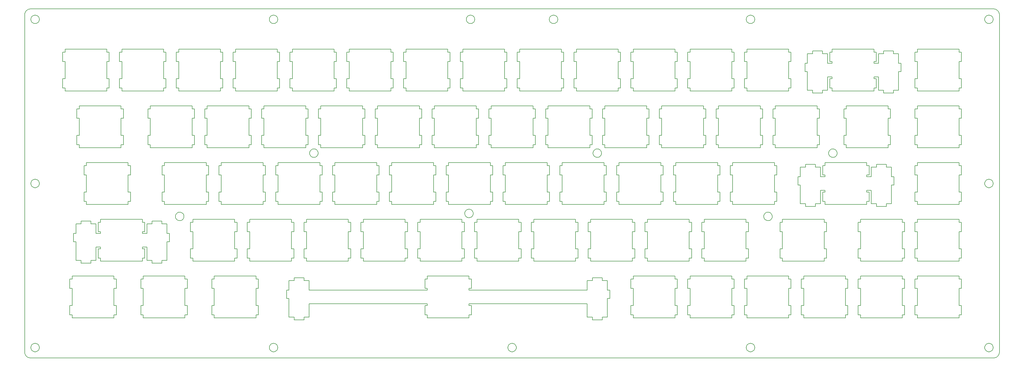
<source format=gbr>
G04 #@! TF.GenerationSoftware,KiCad,Pcbnew,(5.1.6)-1*
G04 #@! TF.CreationDate,2021-08-29T18:06:41-04:00*
G04 #@! TF.ProjectId,plate_layer,706c6174-655f-46c6-9179-65722e6b6963,v3*
G04 #@! TF.SameCoordinates,Original*
G04 #@! TF.FileFunction,Profile,NP*
%FSLAX46Y46*%
G04 Gerber Fmt 4.6, Leading zero omitted, Abs format (unit mm)*
G04 Created by KiCad (PCBNEW (5.1.6)-1) date 2021-08-29 18:06:41*
%MOMM*%
%LPD*%
G01*
G04 APERTURE LIST*
G04 #@! TA.AperFunction,Profile*
%ADD10C,0.200000*%
G04 #@! TD*
G04 APERTURE END LIST*
D10*
X81253467Y-103282268D02*
X81253467Y-109082268D01*
X76203467Y-112182268D02*
X77003467Y-112182268D01*
X61403467Y-103282268D02*
X62203467Y-103282268D01*
X61403467Y-100182268D02*
X61403467Y-103282268D01*
X76203467Y-103282268D02*
X77003467Y-103282268D01*
X80453467Y-100182268D02*
X80453467Y-103282268D01*
X81253467Y-100182268D02*
X80453467Y-100182268D01*
X62203467Y-99182268D02*
X62203467Y-100182268D01*
X77003467Y-112182268D02*
X77003467Y-109082268D01*
X96053467Y-109082268D02*
X95253467Y-109082268D01*
X62203467Y-109082268D02*
X61403467Y-109082268D01*
X62203467Y-100182268D02*
X61403467Y-100182268D01*
X77003467Y-100182268D02*
X76203467Y-100182268D01*
X95253467Y-99182268D02*
X81253467Y-99182268D01*
X95253467Y-109082268D02*
X95253467Y-103282268D01*
X96053467Y-103282268D02*
X96053467Y-100182268D01*
X95253467Y-113182268D02*
X95253467Y-112182268D01*
X81253467Y-109082268D02*
X80453467Y-109082268D01*
X115103467Y-100182268D02*
X114303467Y-100182268D01*
X115103467Y-109082268D02*
X114303467Y-109082268D01*
X95253467Y-112182268D02*
X96053467Y-112182268D01*
X76203467Y-109082268D02*
X76203467Y-103282268D01*
X95253467Y-103282268D02*
X96053467Y-103282268D01*
X77003467Y-109082268D02*
X76203467Y-109082268D01*
X81253467Y-112182268D02*
X81253467Y-113182268D01*
X76203467Y-113182268D02*
X76203467Y-112182268D01*
X114303467Y-99182268D02*
X100303467Y-99182268D01*
X114303467Y-100182268D02*
X114303467Y-99182268D01*
X96053467Y-100182268D02*
X95253467Y-100182268D01*
X80453467Y-103282268D02*
X81253467Y-103282268D01*
X80453467Y-109082268D02*
X80453467Y-112182268D01*
X100303467Y-100182268D02*
X99503467Y-100182268D01*
X114303467Y-103282268D02*
X115103467Y-103282268D01*
X115103467Y-103282268D02*
X115103467Y-100182268D01*
X62203467Y-113182268D02*
X76203467Y-113182268D01*
X76203467Y-99182268D02*
X62203467Y-99182268D01*
X76203467Y-100182268D02*
X76203467Y-99182268D01*
X62203467Y-103282268D02*
X62203467Y-109082268D01*
X80453467Y-112182268D02*
X81253467Y-112182268D01*
X77003467Y-103282268D02*
X77003467Y-100182268D01*
X96053467Y-112182268D02*
X96053467Y-109082268D01*
X95253467Y-100182268D02*
X95253467Y-99182268D01*
X114303467Y-109082268D02*
X114303467Y-103282268D01*
X100303467Y-99182268D02*
X100303467Y-100182268D01*
X62203467Y-112182268D02*
X62203467Y-113182268D01*
X61403467Y-112182268D02*
X62203467Y-112182268D01*
X81253467Y-99182268D02*
X81253467Y-100182268D01*
X81253467Y-113182268D02*
X95253467Y-113182268D01*
X61403467Y-109082268D02*
X61403467Y-112182268D01*
X99503467Y-100182268D02*
X99503467Y-103282268D01*
X119353467Y-112182268D02*
X119353467Y-113182268D01*
X152403467Y-100182268D02*
X152403467Y-99182268D01*
X100303467Y-103282268D02*
X100303467Y-109082268D01*
X133353467Y-99182268D02*
X119353467Y-99182268D01*
X152403467Y-99182268D02*
X138403467Y-99182268D01*
X137603467Y-100182268D02*
X137603467Y-103282268D01*
X153202467Y-100182268D02*
X152403467Y-100182268D01*
X153202467Y-109082268D02*
X152403467Y-109082268D01*
X172252467Y-100182268D02*
X171452467Y-100182268D01*
X134153467Y-109082268D02*
X133353467Y-109082268D01*
X171452467Y-100182268D02*
X171452467Y-99182268D01*
X119353467Y-100182268D02*
X118553467Y-100182268D01*
X138403467Y-99182268D02*
X138403467Y-100182268D01*
X137603467Y-109082268D02*
X137603467Y-112182268D01*
X152403467Y-103282268D02*
X153202467Y-103282268D01*
X118553467Y-112182268D02*
X119353467Y-112182268D01*
X171452467Y-109082268D02*
X171452467Y-103282268D01*
X115103467Y-112182268D02*
X115103467Y-109082268D01*
X134153467Y-100182268D02*
X133353467Y-100182268D01*
X133353467Y-113182268D02*
X133353467Y-112182268D01*
X133353467Y-109082268D02*
X133353467Y-103282268D01*
X171452467Y-103282268D02*
X172252467Y-103282268D01*
X153202467Y-112182268D02*
X153202467Y-109082268D01*
X157452467Y-99182268D02*
X157452467Y-100182268D01*
X133353467Y-100182268D02*
X133353467Y-99182268D01*
X138403467Y-113182268D02*
X152403467Y-113182268D01*
X118553467Y-100182268D02*
X118553467Y-103282268D01*
X118553467Y-103282268D02*
X119353467Y-103282268D01*
X138403467Y-103282268D02*
X138403467Y-109082268D01*
X152403467Y-112182268D02*
X153202467Y-112182268D01*
X138403467Y-112182268D02*
X138403467Y-113182268D01*
X99503467Y-103282268D02*
X100303467Y-103282268D01*
X114303467Y-112182268D02*
X115103467Y-112182268D01*
X134153467Y-103282268D02*
X134153467Y-100182268D01*
X99503467Y-109082268D02*
X99503467Y-112182268D01*
X137603467Y-103282268D02*
X138403467Y-103282268D01*
X119353467Y-109082268D02*
X118553467Y-109082268D01*
X172252467Y-109082268D02*
X171452467Y-109082268D01*
X152403467Y-109082268D02*
X152403467Y-103282268D01*
X157452467Y-113182268D02*
X171452467Y-113182268D01*
X172252467Y-103282268D02*
X172252467Y-100182268D01*
X153202467Y-103282268D02*
X153202467Y-100182268D01*
X119353467Y-113182268D02*
X133353467Y-113182268D01*
X114303467Y-113182268D02*
X114303467Y-112182268D01*
X100303467Y-113182268D02*
X114303467Y-113182268D01*
X133353467Y-103282268D02*
X134153467Y-103282268D01*
X100303467Y-112182268D02*
X100303467Y-113182268D01*
X99503467Y-112182268D02*
X100303467Y-112182268D01*
X119353467Y-99182268D02*
X119353467Y-100182268D01*
X152403467Y-113182268D02*
X152403467Y-112182268D01*
X134153467Y-112182268D02*
X134153467Y-109082268D01*
X171452467Y-112182268D02*
X172252467Y-112182268D01*
X171452467Y-113182268D02*
X171452467Y-112182268D01*
X133353467Y-112182268D02*
X134153467Y-112182268D01*
X119353467Y-103282268D02*
X119353467Y-109082268D01*
X138403467Y-100182268D02*
X137603467Y-100182268D01*
X137603467Y-112182268D02*
X138403467Y-112182268D01*
X171452467Y-99182268D02*
X157452467Y-99182268D01*
X172252467Y-112182268D02*
X172252467Y-109082268D01*
X138403467Y-109082268D02*
X137603467Y-109082268D01*
X157452467Y-100182268D02*
X156653467Y-100182268D01*
X118553467Y-109082268D02*
X118553467Y-112182268D01*
X100303467Y-109082268D02*
X99503467Y-109082268D01*
X214603467Y-100182268D02*
X213803467Y-100182268D01*
X229403467Y-103282268D02*
X229403467Y-100182268D01*
X213803467Y-109082268D02*
X213803467Y-112182268D01*
X228603467Y-100182268D02*
X228603467Y-99182268D01*
X209553467Y-112182268D02*
X210353467Y-112182268D01*
X156653467Y-103282268D02*
X157452467Y-103282268D01*
X195553467Y-112182268D02*
X195553467Y-113182268D01*
X156653467Y-100182268D02*
X156653467Y-103282268D01*
X209553467Y-109082268D02*
X209553467Y-103282268D01*
X175702467Y-109082268D02*
X175702467Y-112182268D01*
X190503467Y-99182268D02*
X176502467Y-99182268D01*
X190503467Y-100182268D02*
X190503467Y-99182268D01*
X191303467Y-100182268D02*
X190503467Y-100182268D01*
X190503467Y-103282268D02*
X191303467Y-103282268D01*
X191303467Y-112182268D02*
X191303467Y-109082268D01*
X190503467Y-112182268D02*
X191303467Y-112182268D01*
X195553467Y-100182268D02*
X194753467Y-100182268D01*
X228603467Y-103282268D02*
X229403467Y-103282268D01*
X229403467Y-112182268D02*
X229403467Y-109082268D01*
X195553467Y-99182268D02*
X195553467Y-100182268D01*
X229403467Y-109082268D02*
X228603467Y-109082268D01*
X195553467Y-113182268D02*
X209553467Y-113182268D01*
X194753467Y-100182268D02*
X194753467Y-103282268D01*
X210353467Y-112182268D02*
X210353467Y-109082268D01*
X194753467Y-112182268D02*
X195553467Y-112182268D01*
X214603467Y-99182268D02*
X214603467Y-100182268D01*
X157452467Y-112182268D02*
X157452467Y-113182268D01*
X156653467Y-112182268D02*
X157452467Y-112182268D01*
X176502467Y-100182268D02*
X175702467Y-100182268D01*
X191303467Y-103282268D02*
X191303467Y-100182268D01*
X228603467Y-113182268D02*
X228603467Y-112182268D01*
X190503467Y-109082268D02*
X190503467Y-103282268D01*
X191303467Y-109082268D02*
X190503467Y-109082268D01*
X176502467Y-109082268D02*
X175702467Y-109082268D01*
X209553467Y-103282268D02*
X210353467Y-103282268D01*
X176502467Y-112182268D02*
X176502467Y-113182268D01*
X175702467Y-112182268D02*
X176502467Y-112182268D01*
X194753467Y-103282268D02*
X195553467Y-103282268D01*
X213803467Y-112182268D02*
X214603467Y-112182268D01*
X209553467Y-99182268D02*
X195553467Y-99182268D01*
X194753467Y-109082268D02*
X194753467Y-112182268D01*
X228603467Y-112182268D02*
X229403467Y-112182268D01*
X195553467Y-103282268D02*
X195553467Y-109082268D01*
X228603467Y-109082268D02*
X228603467Y-103282268D01*
X228603467Y-99182268D02*
X214603467Y-99182268D01*
X214603467Y-112182268D02*
X214603467Y-113182268D01*
X209553467Y-100182268D02*
X209553467Y-99182268D01*
X195553467Y-109082268D02*
X194753467Y-109082268D01*
X229403467Y-100182268D02*
X228603467Y-100182268D01*
X214603467Y-113182268D02*
X228603467Y-113182268D01*
X176502467Y-113182268D02*
X190503467Y-113182268D01*
X210353467Y-100182268D02*
X209553467Y-100182268D01*
X209553467Y-113182268D02*
X209553467Y-112182268D01*
X214603467Y-109082268D02*
X213803467Y-109082268D01*
X156653467Y-109082268D02*
X156653467Y-112182268D01*
X157452467Y-109082268D02*
X156653467Y-109082268D01*
X176502467Y-99182268D02*
X176502467Y-100182268D01*
X176502467Y-103282268D02*
X176502467Y-109082268D01*
X210353467Y-103282268D02*
X210353467Y-100182268D01*
X175702467Y-100182268D02*
X175702467Y-103282268D01*
X157452467Y-103282268D02*
X157452467Y-109082268D01*
X190503467Y-113182268D02*
X190503467Y-112182268D01*
X175702467Y-103282268D02*
X176502467Y-103282268D01*
X210353467Y-109082268D02*
X209553467Y-109082268D01*
X286553467Y-100182268D02*
X285753467Y-100182268D01*
X271753467Y-109082268D02*
X270953467Y-109082268D01*
X270953467Y-103282268D02*
X271753467Y-103282268D01*
X252703467Y-113182268D02*
X266703467Y-113182268D01*
X232853467Y-100182268D02*
X232853467Y-103282268D01*
X233653467Y-109082268D02*
X232853467Y-109082268D01*
X266703467Y-99182268D02*
X252703467Y-99182268D01*
X270953467Y-109082268D02*
X270953467Y-112182268D01*
X271753467Y-113182268D02*
X285753467Y-113182268D01*
X214603467Y-103282268D02*
X214603467Y-109082268D01*
X247653467Y-113182268D02*
X247653467Y-112182268D01*
X290803467Y-100182268D02*
X290003467Y-100182268D01*
X213803467Y-103282268D02*
X214603467Y-103282268D01*
X247653467Y-99182268D02*
X233653467Y-99182268D01*
X248453467Y-100182268D02*
X247653467Y-100182268D01*
X285753467Y-113182268D02*
X285753467Y-112182268D01*
X232853467Y-103282268D02*
X233653467Y-103282268D01*
X251903467Y-109082268D02*
X251903467Y-112182268D01*
X251903467Y-103282268D02*
X252703467Y-103282268D01*
X285753467Y-109082268D02*
X285753467Y-103282268D01*
X252703467Y-103282268D02*
X252703467Y-109082268D01*
X252703467Y-99182268D02*
X252703467Y-100182268D01*
X267503467Y-109082268D02*
X266703467Y-109082268D01*
X271753467Y-112182268D02*
X271753467Y-113182268D01*
X266703467Y-100182268D02*
X266703467Y-99182268D01*
X266703467Y-112182268D02*
X267503467Y-112182268D01*
X213803467Y-100182268D02*
X213803467Y-103282268D01*
X233653467Y-100182268D02*
X232853467Y-100182268D01*
X233653467Y-99182268D02*
X233653467Y-100182268D01*
X248453467Y-103282268D02*
X248453467Y-100182268D01*
X271753467Y-100182268D02*
X270953467Y-100182268D01*
X248453467Y-109082268D02*
X247653467Y-109082268D01*
X285753467Y-112182268D02*
X286553467Y-112182268D01*
X232853467Y-109082268D02*
X232853467Y-112182268D01*
X270953467Y-112182268D02*
X271753467Y-112182268D01*
X233653467Y-113182268D02*
X247653467Y-113182268D01*
X267503467Y-100182268D02*
X266703467Y-100182268D01*
X266703467Y-109082268D02*
X266703467Y-103282268D01*
X285753467Y-100182268D02*
X285753467Y-99182268D01*
X267503467Y-103282268D02*
X267503467Y-100182268D01*
X266703467Y-103282268D02*
X267503467Y-103282268D01*
X251903467Y-100182268D02*
X251903467Y-103282268D01*
X266703467Y-113182268D02*
X266703467Y-112182268D01*
X252703467Y-109082268D02*
X251903467Y-109082268D01*
X286553467Y-112182268D02*
X286553467Y-109082268D01*
X285753467Y-99182268D02*
X271753467Y-99182268D01*
X271753467Y-103282268D02*
X271753467Y-109082268D01*
X252703467Y-112182268D02*
X252703467Y-113182268D01*
X285753467Y-103282268D02*
X286553467Y-103282268D01*
X271753467Y-99182268D02*
X271753467Y-100182268D01*
X247653467Y-100182268D02*
X247653467Y-99182268D01*
X233653467Y-112182268D02*
X233653467Y-113182268D01*
X252703467Y-100182268D02*
X251903467Y-100182268D01*
X286553467Y-103282268D02*
X286553467Y-100182268D01*
X247653467Y-103282268D02*
X248453467Y-103282268D01*
X247653467Y-109082268D02*
X247653467Y-103282268D01*
X248453467Y-112182268D02*
X248453467Y-109082268D01*
X247653467Y-112182268D02*
X248453467Y-112182268D01*
X232853467Y-112182268D02*
X233653467Y-112182268D01*
X233653467Y-103282268D02*
X233653467Y-109082268D01*
X267503467Y-112182268D02*
X267503467Y-109082268D01*
X286553467Y-109082268D02*
X285753467Y-109082268D01*
X270953467Y-100182268D02*
X270953467Y-103282268D01*
X251903467Y-112182268D02*
X252703467Y-112182268D01*
X305603467Y-109082268D02*
X304803467Y-109082268D01*
X304803467Y-112182268D02*
X305603467Y-112182268D01*
X347953467Y-100182268D02*
X347153467Y-100182268D01*
X304803467Y-113182268D02*
X304803467Y-112182268D01*
X290003467Y-103282268D02*
X290803467Y-103282268D01*
X290003467Y-100182268D02*
X290003467Y-103282268D01*
X347953467Y-109082268D02*
X347153467Y-109082268D01*
X347953467Y-99182268D02*
X347953467Y-100182268D01*
X362753467Y-103282268D02*
X362753467Y-100182268D01*
X319378467Y-99182268D02*
X319378467Y-100182268D01*
X341653467Y-100652268D02*
X339928467Y-100652268D01*
X319378467Y-100182268D02*
X318578467Y-100182268D01*
X342478467Y-103882268D02*
X341653467Y-103882268D01*
X339928467Y-112952268D02*
X341653467Y-112952268D01*
X347953467Y-113182268D02*
X361953467Y-113182268D01*
X361953467Y-100182268D02*
X361953467Y-99182268D01*
X361953467Y-103282268D02*
X362753467Y-103282268D01*
X334178467Y-100182268D02*
X333378467Y-100182268D01*
X336628467Y-112952268D02*
X336628467Y-113932268D01*
X339928467Y-99731268D02*
X336628467Y-99731268D01*
X341653467Y-112952268D02*
X341653467Y-106682268D01*
X347153467Y-103282268D02*
X347953467Y-103282268D01*
X333378467Y-100182268D02*
X333378467Y-99182268D01*
X341653467Y-103882268D02*
X341653467Y-100652268D01*
X339928467Y-113932268D02*
X339928467Y-112952268D01*
X290003467Y-109082268D02*
X290003467Y-112182268D01*
X362753467Y-112182268D02*
X362753467Y-109082268D01*
X290803467Y-109082268D02*
X290003467Y-109082268D01*
X361953467Y-109082268D02*
X361953467Y-103282268D01*
X347153467Y-112182268D02*
X347953467Y-112182268D01*
X336628467Y-99731268D02*
X336628467Y-100652268D01*
X361953467Y-112182268D02*
X362753467Y-112182268D01*
X342478467Y-106682268D02*
X342478467Y-103882268D01*
X290803467Y-99182268D02*
X290803467Y-100182268D01*
X304803467Y-99182268D02*
X290803467Y-99182268D01*
X290803467Y-112182268D02*
X290803467Y-113182268D01*
X347153467Y-109082268D02*
X347153467Y-112182268D01*
X361953467Y-99182268D02*
X347953467Y-99182268D01*
X334178467Y-103282268D02*
X334178467Y-100182268D01*
X362753467Y-100182268D02*
X361953467Y-100182268D01*
X334903467Y-100652268D02*
X334903467Y-103882268D01*
X333378467Y-99182268D02*
X319378467Y-99182268D01*
X334903467Y-112952268D02*
X336628467Y-112952268D01*
X305603467Y-112182268D02*
X305603467Y-109082268D01*
X304803467Y-100182268D02*
X304803467Y-99182268D01*
X305603467Y-100182268D02*
X304803467Y-100182268D01*
X304803467Y-103282268D02*
X305603467Y-103282268D01*
X336628467Y-113932268D02*
X339928467Y-113932268D01*
X304803467Y-109082268D02*
X304803467Y-103282268D01*
X290003467Y-112182268D02*
X290803467Y-112182268D01*
X362753467Y-109082268D02*
X361953467Y-109082268D01*
X333378467Y-103882268D02*
X333378467Y-103282268D01*
X334903467Y-103882268D02*
X333378467Y-103882268D01*
X336628467Y-100652268D02*
X334903467Y-100652268D01*
X290803467Y-103282268D02*
X290803467Y-109082268D01*
X361953467Y-113182268D02*
X361953467Y-112182268D01*
X347953467Y-112182268D02*
X347953467Y-113182268D01*
X347153467Y-100182268D02*
X347153467Y-103282268D01*
X341653467Y-106682268D02*
X342478467Y-106682268D01*
X333378467Y-103282268D02*
X334178467Y-103282268D01*
X347953467Y-103282268D02*
X347953467Y-109082268D01*
X339928467Y-100652268D02*
X339928467Y-99731268D01*
X290803467Y-113182268D02*
X304803467Y-113182268D01*
X305603467Y-103282268D02*
X305603467Y-100182268D01*
X81765467Y-119232268D02*
X80965467Y-119232268D01*
X66165467Y-131232268D02*
X66965467Y-131232268D01*
X80965467Y-128132268D02*
X80965467Y-122332268D01*
X66965467Y-132232268D02*
X80965467Y-132232268D01*
X319378467Y-113182268D02*
X333378467Y-113182268D01*
X318578467Y-112182268D02*
X319378467Y-112182268D01*
X317853467Y-108482268D02*
X319378467Y-108482268D01*
X317853467Y-100652268D02*
X316128467Y-100652268D01*
X312827467Y-112952268D02*
X312827467Y-113932268D01*
X80965467Y-122332268D02*
X81765467Y-122332268D01*
X319378467Y-112182268D02*
X319378467Y-113182268D01*
X319378467Y-109082268D02*
X318578467Y-109082268D01*
X66165467Y-128132268D02*
X66165467Y-131232268D01*
X80965467Y-132232268D02*
X80965467Y-131232268D01*
X318578467Y-100182268D02*
X318578467Y-103282268D01*
X316128467Y-112952268D02*
X317853467Y-112952268D01*
X312827467Y-113932268D02*
X316128467Y-113932268D01*
X310278466Y-106682268D02*
X311103467Y-106682268D01*
X316128467Y-113932268D02*
X316128467Y-112952268D01*
X311103467Y-106682268D02*
X311103467Y-112952268D01*
X312827467Y-99731268D02*
X312827467Y-100652268D01*
X311103467Y-103882268D02*
X310278466Y-103882268D01*
X80965467Y-119232268D02*
X80965467Y-118232268D01*
X66965467Y-119232268D02*
X66165467Y-119232268D01*
X312827467Y-100652268D02*
X311103467Y-100652268D01*
X66965467Y-131232268D02*
X66965467Y-132232268D01*
X316128467Y-100652268D02*
X316128467Y-99731268D01*
X81765467Y-122332268D02*
X81765467Y-119232268D01*
X319378467Y-103282268D02*
X319378467Y-103882268D01*
X66965467Y-118232268D02*
X66965467Y-119232268D01*
X317853467Y-103882268D02*
X317853467Y-100652268D01*
X318578467Y-103282268D02*
X319378467Y-103282268D01*
X80965467Y-131232268D02*
X81765467Y-131232268D01*
X334903467Y-108482268D02*
X334903467Y-112952268D01*
X333378467Y-108482268D02*
X334903467Y-108482268D01*
X333378467Y-109082268D02*
X333378467Y-108482268D01*
X334178467Y-109082268D02*
X333378467Y-109082268D01*
X334178467Y-112182268D02*
X334178467Y-109082268D01*
X81765467Y-128132268D02*
X80965467Y-128132268D01*
X81765467Y-131232268D02*
X81765467Y-128132268D01*
X333378467Y-112182268D02*
X334178467Y-112182268D01*
X311103467Y-100652268D02*
X311103467Y-103882268D01*
X311103467Y-112952268D02*
X312827467Y-112952268D01*
X333378467Y-113182268D02*
X333378467Y-112182268D01*
X318578467Y-109082268D02*
X318578467Y-112182268D01*
X80965467Y-118232268D02*
X66965467Y-118232268D01*
X319378467Y-108482268D02*
X319378467Y-109082268D01*
X319378467Y-103882268D02*
X317853467Y-103882268D01*
X317853467Y-112952268D02*
X317853467Y-108482268D01*
X310278466Y-103882268D02*
X310278466Y-106682268D01*
X316128467Y-99731268D02*
X312827467Y-99731268D01*
X109028467Y-119232268D02*
X109028467Y-122332268D01*
X128078467Y-128132268D02*
X128078467Y-131232268D01*
X66965467Y-128132268D02*
X66165467Y-128132268D01*
X105578467Y-119232268D02*
X104778467Y-119232268D01*
X109828467Y-118232268D02*
X109828467Y-119232268D01*
X124628467Y-131232268D02*
X124628467Y-128132268D01*
X66965467Y-122332268D02*
X66965467Y-128132268D01*
X90778467Y-119232268D02*
X89978467Y-119232268D01*
X89978467Y-128132268D02*
X89978467Y-131232268D01*
X66165467Y-122332268D02*
X66965467Y-122332268D01*
X66165467Y-119232268D02*
X66165467Y-122332268D01*
X128878467Y-131232268D02*
X128878467Y-132232268D01*
X90778467Y-118232268D02*
X90778467Y-119232268D01*
X105578467Y-122332268D02*
X105578467Y-119232268D01*
X123828467Y-119232268D02*
X123828467Y-118232268D01*
X143678467Y-128132268D02*
X142878467Y-128132268D01*
X142878467Y-128132268D02*
X142878467Y-122332268D01*
X90778467Y-131232268D02*
X90778467Y-132232268D01*
X89978467Y-131232268D02*
X90778467Y-131232268D01*
X109828467Y-122332268D02*
X109828467Y-128132268D01*
X90778467Y-128132268D02*
X89978467Y-128132268D01*
X123828467Y-118232268D02*
X109828467Y-118232268D01*
X128878467Y-119232268D02*
X128078467Y-119232268D01*
X109028467Y-128132268D02*
X109028467Y-131232268D01*
X109828467Y-128132268D02*
X109028467Y-128132268D01*
X142878467Y-122332268D02*
X143678467Y-122332268D01*
X123828467Y-128132268D02*
X123828467Y-122332268D01*
X109828467Y-131232268D02*
X109828467Y-132232268D01*
X142878467Y-118232268D02*
X128878467Y-118232268D01*
X104778467Y-118232268D02*
X90778467Y-118232268D01*
X105578467Y-128132268D02*
X104778467Y-128132268D01*
X128878467Y-128132268D02*
X128078467Y-128132268D01*
X128878467Y-132232268D02*
X142878467Y-132232268D01*
X104778467Y-119232268D02*
X104778467Y-118232268D01*
X109828467Y-119232268D02*
X109028467Y-119232268D01*
X123828467Y-132232268D02*
X123828467Y-131232268D01*
X109028467Y-131232268D02*
X109828467Y-131232268D01*
X128878467Y-118232268D02*
X128878467Y-119232268D01*
X128078467Y-122332268D02*
X128878467Y-122332268D01*
X128078467Y-119232268D02*
X128078467Y-122332268D01*
X104778467Y-122332268D02*
X105578467Y-122332268D01*
X104778467Y-128132268D02*
X104778467Y-122332268D01*
X104778467Y-131232268D02*
X105578467Y-131232268D01*
X104778467Y-132232268D02*
X104778467Y-131232268D01*
X89978467Y-122332268D02*
X90778467Y-122332268D01*
X142878467Y-132232268D02*
X142878467Y-131232268D01*
X90778467Y-122332268D02*
X90778467Y-128132268D01*
X90778467Y-132232268D02*
X104778467Y-132232268D01*
X128078467Y-131232268D02*
X128878467Y-131232268D01*
X143678467Y-119232268D02*
X142878467Y-119232268D01*
X123828467Y-131232268D02*
X124628467Y-131232268D01*
X124628467Y-122332268D02*
X124628467Y-119232268D01*
X89978467Y-119232268D02*
X89978467Y-122332268D01*
X143678467Y-131232268D02*
X143678467Y-128132268D01*
X109828467Y-132232268D02*
X123828467Y-132232268D01*
X128878467Y-122332268D02*
X128878467Y-128132268D01*
X124628467Y-128132268D02*
X123828467Y-128132268D01*
X123828467Y-122332268D02*
X124628467Y-122332268D01*
X109028467Y-122332268D02*
X109828467Y-122332268D01*
X124628467Y-119232268D02*
X123828467Y-119232268D01*
X143678467Y-122332268D02*
X143678467Y-119232268D01*
X105578467Y-131232268D02*
X105578467Y-128132268D01*
X142878467Y-119232268D02*
X142878467Y-118232268D01*
X142878467Y-131232268D02*
X143678467Y-131232268D01*
X147128467Y-122332268D02*
X147928467Y-122332268D01*
X147928467Y-131232268D02*
X147928467Y-132232268D01*
X166978467Y-118232268D02*
X166978467Y-119232268D01*
X180978467Y-118232268D02*
X166978467Y-118232268D01*
X162728467Y-119232268D02*
X161928467Y-119232268D01*
X162728467Y-131232268D02*
X162728467Y-128132268D01*
X181778467Y-128132268D02*
X180978467Y-128132268D01*
X147928467Y-132232268D02*
X161928467Y-132232268D01*
X180978467Y-119232268D02*
X180978467Y-118232268D01*
X166978467Y-131232268D02*
X166978467Y-132232268D01*
X200028467Y-122332268D02*
X200828467Y-122332268D01*
X166978467Y-132232268D02*
X180978467Y-132232268D01*
X200828467Y-128132268D02*
X200028467Y-128132268D01*
X186028467Y-132232268D02*
X200028467Y-132232268D01*
X147128467Y-119232268D02*
X147128467Y-122332268D01*
X161928467Y-119232268D02*
X161928467Y-118232268D01*
X161928467Y-128132268D02*
X161928467Y-122332268D01*
X166978467Y-128132268D02*
X166178467Y-128132268D01*
X200828467Y-119232268D02*
X200028467Y-119232268D01*
X185227467Y-119232268D02*
X185227467Y-122332268D01*
X200028467Y-132232268D02*
X200028467Y-131232268D01*
X166178467Y-128132268D02*
X166178467Y-131232268D01*
X185227467Y-122332268D02*
X186028467Y-122332268D01*
X180978467Y-131232268D02*
X181778467Y-131232268D01*
X200028467Y-128132268D02*
X200028467Y-122332268D01*
X147928467Y-119232268D02*
X147128467Y-119232268D01*
X181778467Y-122332268D02*
X181778467Y-119232268D01*
X185227467Y-128132268D02*
X185227467Y-131232268D01*
X147928467Y-118232268D02*
X147928467Y-119232268D01*
X161928467Y-118232268D02*
X147928467Y-118232268D01*
X200028467Y-119232268D02*
X200028467Y-118232268D01*
X161928467Y-131232268D02*
X162728467Y-131232268D01*
X200828467Y-131232268D02*
X200828467Y-128132268D01*
X161928467Y-132232268D02*
X161928467Y-131232268D01*
X147128467Y-131232268D02*
X147928467Y-131232268D01*
X180978467Y-128132268D02*
X180978467Y-122332268D01*
X166978467Y-122332268D02*
X166978467Y-128132268D01*
X219078467Y-119232268D02*
X219078467Y-118232268D01*
X186028467Y-122332268D02*
X186028467Y-128132268D01*
X185227467Y-131232268D02*
X186028467Y-131232268D01*
X186028467Y-118232268D02*
X186028467Y-119232268D01*
X166178467Y-131232268D02*
X166978467Y-131232268D01*
X162728467Y-122332268D02*
X162728467Y-119232268D01*
X186028467Y-131232268D02*
X186028467Y-132232268D01*
X162728467Y-128132268D02*
X161928467Y-128132268D01*
X147128467Y-128132268D02*
X147128467Y-131232268D01*
X219078467Y-118232268D02*
X205078467Y-118232268D01*
X147928467Y-128132268D02*
X147128467Y-128132268D01*
X166978467Y-119232268D02*
X166178467Y-119232268D01*
X166178467Y-119232268D02*
X166178467Y-122332268D01*
X186028467Y-119232268D02*
X185227467Y-119232268D01*
X186028467Y-128132268D02*
X185227467Y-128132268D01*
X200028467Y-118232268D02*
X186028467Y-118232268D01*
X205078467Y-118232268D02*
X205078467Y-119232268D01*
X147928467Y-122332268D02*
X147928467Y-128132268D01*
X181778467Y-119232268D02*
X180978467Y-119232268D01*
X180978467Y-122332268D02*
X181778467Y-122332268D01*
X180978467Y-132232268D02*
X180978467Y-131232268D01*
X200028467Y-131232268D02*
X200828467Y-131232268D01*
X166178467Y-122332268D02*
X166978467Y-122332268D01*
X181778467Y-131232268D02*
X181778467Y-128132268D01*
X200828467Y-122332268D02*
X200828467Y-119232268D01*
X205078467Y-119232268D02*
X204278467Y-119232268D01*
X161928467Y-122332268D02*
X162728467Y-122332268D01*
X257978467Y-119232268D02*
X257178467Y-119232268D01*
X243178467Y-128132268D02*
X242378467Y-128132268D01*
X242378467Y-122332268D02*
X243178467Y-122332268D01*
X224128467Y-132232268D02*
X238128467Y-132232268D01*
X204278467Y-119232268D02*
X204278467Y-122332268D01*
X205078467Y-128132268D02*
X204278467Y-128132268D01*
X238128467Y-118232268D02*
X224128467Y-118232268D01*
X242378467Y-128132268D02*
X242378467Y-131232268D01*
X243178467Y-132232268D02*
X257178467Y-132232268D01*
X219878467Y-131232268D02*
X219878467Y-128132268D01*
X277028467Y-122332268D02*
X277028467Y-119232268D01*
X262228467Y-119232268D02*
X261428467Y-119232268D01*
X219078467Y-131232268D02*
X219878467Y-131232268D01*
X204278467Y-122332268D02*
X205078467Y-122332268D01*
X224128467Y-118232268D02*
X224128467Y-119232268D01*
X257178467Y-132232268D02*
X257178467Y-131232268D01*
X223328467Y-128132268D02*
X223328467Y-131232268D01*
X223328467Y-122332268D02*
X224128467Y-122332268D01*
X257178467Y-128132268D02*
X257178467Y-122332268D01*
X262228467Y-118232268D02*
X262228467Y-119232268D01*
X224128467Y-122332268D02*
X224128467Y-128132268D01*
X238128467Y-119232268D02*
X238128467Y-118232268D01*
X238928467Y-128132268D02*
X238128467Y-128132268D01*
X243178467Y-131232268D02*
X243178467Y-132232268D01*
X277028467Y-119232268D02*
X276228467Y-119232268D01*
X238128467Y-131232268D02*
X238928467Y-131232268D01*
X219878467Y-119232268D02*
X219078467Y-119232268D01*
X219878467Y-122332268D02*
X219878467Y-119232268D01*
X219078467Y-132232268D02*
X219078467Y-131232268D01*
X205078467Y-132232268D02*
X219078467Y-132232268D01*
X243178467Y-119232268D02*
X242378467Y-119232268D01*
X204278467Y-128132268D02*
X204278467Y-131232268D01*
X257178467Y-131232268D02*
X257978467Y-131232268D01*
X242378467Y-131232268D02*
X243178467Y-131232268D01*
X276228467Y-118232268D02*
X262228467Y-118232268D01*
X238928467Y-119232268D02*
X238128467Y-119232268D01*
X238928467Y-122332268D02*
X238928467Y-119232268D01*
X238128467Y-128132268D02*
X238128467Y-122332268D01*
X257178467Y-119232268D02*
X257178467Y-118232268D01*
X238128467Y-122332268D02*
X238928467Y-122332268D01*
X238128467Y-132232268D02*
X238128467Y-131232268D01*
X223328467Y-119232268D02*
X223328467Y-122332268D01*
X224128467Y-128132268D02*
X223328467Y-128132268D01*
X257178467Y-118232268D02*
X243178467Y-118232268D01*
X257978467Y-131232268D02*
X257978467Y-128132268D01*
X243178467Y-122332268D02*
X243178467Y-128132268D01*
X276228467Y-119232268D02*
X276228467Y-118232268D01*
X224128467Y-131232268D02*
X224128467Y-132232268D01*
X257178467Y-122332268D02*
X257978467Y-122332268D01*
X243178467Y-118232268D02*
X243178467Y-119232268D01*
X219078467Y-122332268D02*
X219878467Y-122332268D01*
X205078467Y-131232268D02*
X205078467Y-132232268D01*
X224128467Y-119232268D02*
X223328467Y-119232268D01*
X257978467Y-122332268D02*
X257978467Y-119232268D01*
X219078467Y-128132268D02*
X219078467Y-122332268D01*
X276228467Y-128132268D02*
X276228467Y-122332268D01*
X219878467Y-128132268D02*
X219078467Y-128132268D01*
X204278467Y-131232268D02*
X205078467Y-131232268D01*
X205078467Y-122332268D02*
X205078467Y-128132268D01*
X238928467Y-131232268D02*
X238928467Y-128132268D01*
X257978467Y-128132268D02*
X257178467Y-128132268D01*
X276228467Y-122332268D02*
X277028467Y-122332268D01*
X242378467Y-119232268D02*
X242378467Y-122332268D01*
X223328467Y-131232268D02*
X224128467Y-131232268D01*
X314327467Y-131232268D02*
X315128467Y-131232268D01*
X281278467Y-119232268D02*
X280478467Y-119232268D01*
X338940467Y-122332268D02*
X338940467Y-119232268D01*
X338140467Y-118232268D02*
X324140467Y-118232268D01*
X338140467Y-131232268D02*
X338940467Y-131232268D01*
X261428467Y-119232268D02*
X261428467Y-122332268D01*
X281278467Y-118232268D02*
X281278467Y-119232268D01*
X295278467Y-119232268D02*
X295278467Y-118232268D01*
X300328467Y-132232268D02*
X314327467Y-132232268D01*
X296078467Y-122332268D02*
X296078467Y-119232268D01*
X296078467Y-119232268D02*
X295278467Y-119232268D01*
X295278467Y-122332268D02*
X296078467Y-122332268D01*
X338940467Y-119232268D02*
X338140467Y-119232268D01*
X300328467Y-118232268D02*
X300328467Y-119232268D01*
X281278467Y-132232268D02*
X295278467Y-132232268D01*
X295278467Y-128132268D02*
X295278467Y-122332268D01*
X338940467Y-131232268D02*
X338940467Y-128132268D01*
X300328467Y-122332268D02*
X300328467Y-128132268D01*
X296078467Y-131232268D02*
X296078467Y-128132268D01*
X295278467Y-131232268D02*
X296078467Y-131232268D01*
X280478467Y-131232268D02*
X281278467Y-131232268D01*
X280478467Y-128132268D02*
X280478467Y-131232268D01*
X300328467Y-119232268D02*
X299528467Y-119232268D01*
X280478467Y-122332268D02*
X281278467Y-122332268D01*
X315128467Y-119232268D02*
X314327467Y-119232268D01*
X314327467Y-119232268D02*
X314327467Y-118232268D01*
X315128467Y-131232268D02*
X315128467Y-128132268D01*
X324140467Y-118232268D02*
X324140467Y-119232268D01*
X299528467Y-122332268D02*
X300328467Y-122332268D01*
X281278467Y-122332268D02*
X281278467Y-128132268D01*
X280478467Y-119232268D02*
X280478467Y-122332268D01*
X314327467Y-122332268D02*
X315128467Y-122332268D01*
X338140467Y-132232268D02*
X338140467Y-131232268D01*
X315128467Y-128132268D02*
X314327467Y-128132268D01*
X338140467Y-119232268D02*
X338140467Y-118232268D01*
X299528467Y-128132268D02*
X299528467Y-131232268D01*
X314327467Y-132232268D02*
X314327467Y-131232268D01*
X299528467Y-119232268D02*
X299528467Y-122332268D01*
X300328467Y-128132268D02*
X299528467Y-128132268D01*
X300328467Y-131232268D02*
X300328467Y-132232268D01*
X338940467Y-128132268D02*
X338140467Y-128132268D01*
X262228467Y-131232268D02*
X262228467Y-132232268D01*
X295278467Y-118232268D02*
X281278467Y-118232268D01*
X277028467Y-131232268D02*
X277028467Y-128132268D01*
X277028467Y-128132268D02*
X276228467Y-128132268D01*
X276228467Y-131232268D02*
X277028467Y-131232268D01*
X276228467Y-132232268D02*
X276228467Y-131232268D01*
X262228467Y-132232268D02*
X276228467Y-132232268D01*
X338140467Y-128132268D02*
X338140467Y-122332268D01*
X338140467Y-122332268D02*
X338940467Y-122332268D01*
X296078467Y-128132268D02*
X295278467Y-128132268D01*
X261428467Y-131232268D02*
X262228467Y-131232268D01*
X261428467Y-128132268D02*
X261428467Y-131232268D01*
X314327467Y-128132268D02*
X314327467Y-122332268D01*
X262228467Y-128132268D02*
X261428467Y-128132268D01*
X314327467Y-118232268D02*
X300328467Y-118232268D01*
X281278467Y-128132268D02*
X280478467Y-128132268D01*
X324140467Y-119232268D02*
X323340467Y-119232268D01*
X299528467Y-131232268D02*
X300328467Y-131232268D01*
X262228467Y-122332268D02*
X262228467Y-128132268D01*
X295278467Y-132232268D02*
X295278467Y-131232268D01*
X281278467Y-131232268D02*
X281278467Y-132232268D01*
X315128467Y-122332268D02*
X315128467Y-119232268D01*
X261428467Y-122332268D02*
X262228467Y-122332268D01*
X69346467Y-141382268D02*
X69346467Y-147182268D01*
X95540467Y-150282268D02*
X95540467Y-151282268D01*
X324140467Y-132232268D02*
X338140467Y-132232268D01*
X361953467Y-118232268D02*
X347953467Y-118232268D01*
X347153467Y-119232268D02*
X347153467Y-122332268D01*
X83346467Y-147182268D02*
X83346467Y-141382268D01*
X323340467Y-128132268D02*
X323340467Y-131232268D01*
X323340467Y-122332268D02*
X324140467Y-122332268D01*
X347953467Y-131232268D02*
X347953467Y-132232268D01*
X324140467Y-131232268D02*
X324140467Y-132232268D01*
X324140467Y-122332268D02*
X324140467Y-128132268D01*
X109540467Y-151282268D02*
X109540467Y-150282268D01*
X323340467Y-131232268D02*
X324140467Y-131232268D01*
X361953467Y-119232268D02*
X361953467Y-118232268D01*
X69346467Y-137282268D02*
X69346467Y-138282268D01*
X109540467Y-141382268D02*
X110340467Y-141382268D01*
X110340467Y-141382268D02*
X110340467Y-138282268D01*
X361953467Y-132232268D02*
X361953467Y-131232268D01*
X347953467Y-132232268D02*
X361953467Y-132232268D01*
X68546467Y-147182268D02*
X68546467Y-150282268D01*
X347153467Y-131232268D02*
X347953467Y-131232268D01*
X69346467Y-138282268D02*
X68546467Y-138282268D01*
X68546467Y-141382268D02*
X69346467Y-141382268D01*
X69346467Y-150282268D02*
X69346467Y-151282268D01*
X68546467Y-150282268D02*
X69346467Y-150282268D01*
X110340467Y-138282268D02*
X109540467Y-138282268D01*
X84146467Y-141382268D02*
X84146467Y-138282268D01*
X83346467Y-151282268D02*
X83346467Y-150282268D01*
X95540467Y-138282268D02*
X94740467Y-138282268D01*
X324140467Y-128132268D02*
X323340467Y-128132268D01*
X361953467Y-122332268D02*
X362753467Y-122332268D01*
X94740467Y-150282268D02*
X95540467Y-150282268D01*
X109540467Y-150282268D02*
X110340467Y-150282268D01*
X347953467Y-118232268D02*
X347953467Y-119232268D01*
X347153467Y-122332268D02*
X347953467Y-122332268D01*
X84146467Y-150282268D02*
X84146467Y-147182268D01*
X69346467Y-151282268D02*
X83346467Y-151282268D01*
X68546467Y-138282268D02*
X68546467Y-141382268D01*
X323340467Y-119232268D02*
X323340467Y-122332268D01*
X347953467Y-119232268D02*
X347153467Y-119232268D01*
X362753467Y-119232268D02*
X361953467Y-119232268D01*
X362753467Y-122332268D02*
X362753467Y-119232268D01*
X362753467Y-128132268D02*
X361953467Y-128132268D01*
X362753467Y-131232268D02*
X362753467Y-128132268D01*
X347953467Y-128132268D02*
X347153467Y-128132268D01*
X110340467Y-150282268D02*
X110340467Y-147182268D01*
X347153467Y-128132268D02*
X347153467Y-131232268D01*
X361953467Y-131232268D02*
X362753467Y-131232268D01*
X95540467Y-151282268D02*
X109540467Y-151282268D01*
X109540467Y-137282268D02*
X95540467Y-137282268D01*
X84146467Y-147182268D02*
X83346467Y-147182268D01*
X83346467Y-138282268D02*
X83346467Y-137282268D01*
X347953467Y-122332268D02*
X347953467Y-128132268D01*
X109540467Y-147182268D02*
X109540467Y-141382268D01*
X83346467Y-150282268D02*
X84146467Y-150282268D01*
X94740467Y-147182268D02*
X94740467Y-150282268D01*
X83346467Y-141382268D02*
X84146467Y-141382268D01*
X84146467Y-138282268D02*
X83346467Y-138282268D01*
X69346467Y-147182268D02*
X68546467Y-147182268D01*
X83346467Y-137282268D02*
X69346467Y-137282268D01*
X109540467Y-138282268D02*
X109540467Y-137282268D01*
X361953467Y-128132268D02*
X361953467Y-122332268D01*
X95540467Y-137282268D02*
X95540467Y-138282268D01*
X110340467Y-147182268D02*
X109540467Y-147182268D01*
X147640467Y-151282268D02*
X147640467Y-150282268D01*
X113790467Y-138282268D02*
X113790467Y-141382268D01*
X133640467Y-138282268D02*
X132840467Y-138282268D01*
X147640467Y-141382268D02*
X148440467Y-141382268D01*
X166690467Y-138282268D02*
X166690467Y-137282268D01*
X166690467Y-151282268D02*
X166690467Y-150282268D01*
X94740467Y-141382268D02*
X95540467Y-141382268D01*
X128590467Y-147182268D02*
X128590467Y-141382268D01*
X133640467Y-141382268D02*
X133640467Y-147182268D01*
X133640467Y-137282268D02*
X133640467Y-138282268D01*
X94740467Y-138282268D02*
X94740467Y-141382268D01*
X114590467Y-138282268D02*
X113790467Y-138282268D01*
X128590467Y-137282268D02*
X114590467Y-137282268D01*
X128590467Y-150282268D02*
X129390467Y-150282268D01*
X114590467Y-141382268D02*
X114590467Y-147182268D01*
X114590467Y-137282268D02*
X114590467Y-138282268D01*
X167490467Y-141382268D02*
X167490467Y-138282268D01*
X129390467Y-141382268D02*
X129390467Y-138282268D01*
X147640467Y-138282268D02*
X147640467Y-137282268D01*
X151890467Y-138282268D02*
X151890467Y-141382268D01*
X147640467Y-147182268D02*
X147640467Y-141382268D01*
X132840467Y-147182268D02*
X132840467Y-150282268D01*
X133640467Y-147182268D02*
X132840467Y-147182268D01*
X132840467Y-141382268D02*
X133640467Y-141382268D01*
X152690467Y-141382268D02*
X152690467Y-147182268D01*
X151890467Y-141382268D02*
X152690467Y-141382268D01*
X167490467Y-138282268D02*
X166690467Y-138282268D01*
X151890467Y-147182268D02*
X151890467Y-150282268D01*
X167490467Y-150282268D02*
X167490467Y-147182268D01*
X95540467Y-147182268D02*
X94740467Y-147182268D01*
X95540467Y-141382268D02*
X95540467Y-147182268D01*
X147640467Y-150282268D02*
X148440467Y-150282268D01*
X129390467Y-147182268D02*
X128590467Y-147182268D01*
X148440467Y-141382268D02*
X148440467Y-138282268D01*
X166690467Y-137282268D02*
X152690467Y-137282268D01*
X152690467Y-150282268D02*
X152690467Y-151282268D01*
X152690467Y-147182268D02*
X151890467Y-147182268D01*
X129390467Y-150282268D02*
X129390467Y-147182268D01*
X128590467Y-138282268D02*
X128590467Y-137282268D01*
X114590467Y-151282268D02*
X128590467Y-151282268D01*
X129390467Y-138282268D02*
X128590467Y-138282268D01*
X128590467Y-141382268D02*
X129390467Y-141382268D01*
X128590467Y-151282268D02*
X128590467Y-150282268D01*
X114590467Y-150282268D02*
X114590467Y-151282268D01*
X152690467Y-138282268D02*
X151890467Y-138282268D01*
X113790467Y-150282268D02*
X114590467Y-150282268D01*
X132840467Y-138282268D02*
X132840467Y-141382268D01*
X133640467Y-150282268D02*
X133640467Y-151282268D01*
X113790467Y-147182268D02*
X113790467Y-150282268D01*
X132840467Y-150282268D02*
X133640467Y-150282268D01*
X152690467Y-151282268D02*
X166690467Y-151282268D01*
X166690467Y-147182268D02*
X166690467Y-141382268D01*
X113790467Y-141382268D02*
X114590467Y-141382268D01*
X133640467Y-151282268D02*
X147640467Y-151282268D01*
X151890467Y-150282268D02*
X152690467Y-150282268D01*
X147640467Y-137282268D02*
X133640467Y-137282268D01*
X166690467Y-150282268D02*
X167490467Y-150282268D01*
X148440467Y-150282268D02*
X148440467Y-147182268D01*
X167490467Y-147182268D02*
X166690467Y-147182268D01*
X166690467Y-141382268D02*
X167490467Y-141382268D01*
X152690467Y-137282268D02*
X152690467Y-138282268D01*
X148440467Y-138282268D02*
X147640467Y-138282268D01*
X148440467Y-147182268D02*
X147640467Y-147182268D01*
X114590467Y-147182268D02*
X113790467Y-147182268D01*
X242890467Y-137282268D02*
X228890467Y-137282268D01*
X189990467Y-147182268D02*
X189990467Y-150282268D01*
X223840467Y-138282268D02*
X223840467Y-137282268D01*
X224640467Y-138282268D02*
X223840467Y-138282268D01*
X171740467Y-138282268D02*
X170940467Y-138282268D01*
X185740467Y-137282268D02*
X171740467Y-137282268D01*
X170940467Y-147182268D02*
X170940467Y-150282268D01*
X204790467Y-151282268D02*
X204790467Y-150282268D01*
X204790467Y-138282268D02*
X204790467Y-137282268D01*
X224640467Y-141382268D02*
X224640467Y-138282268D01*
X205590467Y-138282268D02*
X204790467Y-138282268D01*
X204790467Y-141382268D02*
X205590467Y-141382268D01*
X189990467Y-150282268D02*
X190790467Y-150282268D01*
X209840467Y-150282268D02*
X209840467Y-151282268D01*
X209840467Y-137282268D02*
X209840467Y-138282268D01*
X185740467Y-150282268D02*
X186540467Y-150282268D01*
X186540467Y-150282268D02*
X186540467Y-147182268D01*
X185740467Y-138282268D02*
X185740467Y-137282268D01*
X186540467Y-147182268D02*
X185740467Y-147182268D01*
X204790467Y-137282268D02*
X190790467Y-137282268D01*
X205590467Y-141382268D02*
X205590467Y-138282268D01*
X205590467Y-150282268D02*
X205590467Y-147182268D01*
X209840467Y-151282268D02*
X223840467Y-151282268D01*
X223840467Y-150282268D02*
X224640467Y-150282268D01*
X209840467Y-147182268D02*
X209040467Y-147182268D01*
X223840467Y-147182268D02*
X223840467Y-141382268D01*
X228890467Y-137282268D02*
X228890467Y-138282268D01*
X186540467Y-138282268D02*
X185740467Y-138282268D01*
X209040467Y-147182268D02*
X209040467Y-150282268D01*
X170940467Y-150282268D02*
X171740467Y-150282268D01*
X223840467Y-151282268D02*
X223840467Y-150282268D01*
X170940467Y-141382268D02*
X171740467Y-141382268D01*
X209040467Y-141382268D02*
X209840467Y-141382268D01*
X190790467Y-151282268D02*
X204790467Y-151282268D01*
X190790467Y-138282268D02*
X189990467Y-138282268D01*
X190790467Y-137282268D02*
X190790467Y-138282268D01*
X190790467Y-150282268D02*
X190790467Y-151282268D01*
X242890467Y-138282268D02*
X242890467Y-137282268D01*
X190790467Y-147182268D02*
X189990467Y-147182268D01*
X224640467Y-150282268D02*
X224640467Y-147182268D01*
X228890467Y-138282268D02*
X228090467Y-138282268D01*
X171740467Y-137282268D02*
X171740467Y-138282268D01*
X186540467Y-141382268D02*
X186540467Y-138282268D01*
X185740467Y-141382268D02*
X186540467Y-141382268D01*
X185740467Y-147182268D02*
X185740467Y-141382268D01*
X171740467Y-150282268D02*
X171740467Y-151282268D01*
X185740467Y-151282268D02*
X185740467Y-150282268D01*
X190790467Y-141382268D02*
X190790467Y-147182268D01*
X171740467Y-147182268D02*
X170940467Y-147182268D01*
X171740467Y-151282268D02*
X185740467Y-151282268D01*
X171740467Y-141382268D02*
X171740467Y-147182268D01*
X170940467Y-138282268D02*
X170940467Y-141382268D01*
X223840467Y-137282268D02*
X209840467Y-137282268D01*
X209040467Y-138282268D02*
X209040467Y-141382268D01*
X204790467Y-150282268D02*
X205590467Y-150282268D01*
X209040467Y-150282268D02*
X209840467Y-150282268D01*
X224640467Y-147182268D02*
X223840467Y-147182268D01*
X204790467Y-147182268D02*
X204790467Y-141382268D01*
X205590467Y-147182268D02*
X204790467Y-147182268D01*
X189990467Y-141382268D02*
X190790467Y-141382268D01*
X189990467Y-138282268D02*
X189990467Y-141382268D01*
X223840467Y-141382268D02*
X224640467Y-141382268D01*
X209840467Y-141382268D02*
X209840467Y-147182268D01*
X209840467Y-138282268D02*
X209040467Y-138282268D01*
X280990467Y-138282268D02*
X280990467Y-137282268D01*
X262740467Y-138282268D02*
X261940467Y-138282268D01*
X261940467Y-147182268D02*
X261940467Y-141382268D01*
X247140467Y-141382268D02*
X247940467Y-141382268D01*
X266190467Y-147182268D02*
X266190467Y-150282268D01*
X300040466Y-138282268D02*
X300040466Y-137282268D01*
X261940467Y-150282268D02*
X262740467Y-150282268D01*
X247140467Y-150282268D02*
X247940467Y-150282268D01*
X281790467Y-150282268D02*
X281790467Y-147182268D01*
X243690467Y-138282268D02*
X242890467Y-138282268D01*
X262740467Y-150282268D02*
X262740467Y-147182268D01*
X247940467Y-150282268D02*
X247940467Y-151282268D01*
X228890467Y-147182268D02*
X228090467Y-147182268D01*
X243690467Y-141382268D02*
X243690467Y-138282268D01*
X247940467Y-137282268D02*
X247940467Y-138282268D01*
X262740467Y-141382268D02*
X262740467Y-138282268D01*
X266990467Y-141382268D02*
X266990467Y-147182268D01*
X243690467Y-150282268D02*
X243690467Y-147182268D01*
X242890467Y-141382268D02*
X243690467Y-141382268D01*
X242890467Y-147182268D02*
X242890467Y-141382268D01*
X242890467Y-150282268D02*
X243690467Y-150282268D01*
X228890467Y-150282268D02*
X228890467Y-151282268D01*
X247140467Y-138282268D02*
X247140467Y-141382268D01*
X280990467Y-147182268D02*
X280990467Y-141382268D01*
X281790467Y-147182268D02*
X280990467Y-147182268D01*
X280990467Y-150282268D02*
X281790467Y-150282268D01*
X266990467Y-147182268D02*
X266190467Y-147182268D01*
X300040466Y-147182268D02*
X300040466Y-141382268D01*
X286040467Y-137282268D02*
X286040467Y-138282268D01*
X262740467Y-147182268D02*
X261940467Y-147182268D01*
X247940467Y-151282268D02*
X261940467Y-151282268D01*
X280990467Y-137282268D02*
X266990467Y-137282268D01*
X261940467Y-138282268D02*
X261940467Y-137282268D01*
X228090467Y-147182268D02*
X228090467Y-150282268D01*
X247940467Y-141382268D02*
X247940467Y-147182268D01*
X266190467Y-150282268D02*
X266990467Y-150282268D01*
X300840467Y-141382268D02*
X300840467Y-138282268D01*
X242890467Y-151282268D02*
X242890467Y-150282268D01*
X243690467Y-147182268D02*
X242890467Y-147182268D01*
X247940467Y-138282268D02*
X247140467Y-138282268D01*
X261940467Y-151282268D02*
X261940467Y-150282268D01*
X247140467Y-147182268D02*
X247140467Y-150282268D01*
X228890467Y-151282268D02*
X242890467Y-151282268D01*
X228090467Y-150282268D02*
X228890467Y-150282268D01*
X266990467Y-151282268D02*
X280990467Y-151282268D01*
X228090467Y-141382268D02*
X228890467Y-141382268D01*
X280990467Y-151282268D02*
X280990467Y-150282268D01*
X281790467Y-141382268D02*
X281790467Y-138282268D01*
X228090467Y-138282268D02*
X228090467Y-141382268D01*
X280990467Y-141382268D02*
X281790467Y-141382268D01*
X300840467Y-138282268D02*
X300040466Y-138282268D01*
X266190467Y-138282268D02*
X266190467Y-141382268D01*
X228890467Y-141382268D02*
X228890467Y-147182268D01*
X281790467Y-138282268D02*
X280990467Y-138282268D01*
X300040466Y-141382268D02*
X300840467Y-141382268D01*
X261940467Y-141382268D02*
X262740467Y-141382268D01*
X300040466Y-137282268D02*
X286040467Y-137282268D01*
X266990467Y-137282268D02*
X266990467Y-138282268D01*
X286040467Y-138282268D02*
X285240467Y-138282268D01*
X266190467Y-141382268D02*
X266990467Y-141382268D01*
X266990467Y-150282268D02*
X266990467Y-151282268D01*
X247940467Y-147182268D02*
X247140467Y-147182268D01*
X266990467Y-138282268D02*
X266190467Y-138282268D01*
X261940467Y-137282268D02*
X247940467Y-137282268D01*
X337546467Y-137832268D02*
X334246467Y-137832268D01*
X330996467Y-141982269D02*
X330996467Y-141382268D01*
X339271467Y-141982269D02*
X339271467Y-138752268D01*
X340096467Y-141982269D02*
X339271467Y-141982269D01*
X300840467Y-150282268D02*
X300840467Y-147182268D01*
X300040466Y-150282268D02*
X300840467Y-150282268D01*
X361953467Y-147182268D02*
X361953467Y-141382268D01*
X330996467Y-138282268D02*
X330996467Y-137282268D01*
X347153467Y-147182268D02*
X347153467Y-150282268D01*
X340096467Y-144782268D02*
X340096467Y-141982269D01*
X347953467Y-147182268D02*
X347153467Y-147182268D01*
X347153467Y-141382268D02*
X347953467Y-141382268D01*
X330996467Y-141382268D02*
X331796467Y-141382268D01*
X332521467Y-146582268D02*
X332521467Y-151051268D01*
X337546467Y-138752268D02*
X337546467Y-137832268D01*
X361953467Y-137282268D02*
X347953467Y-137282268D01*
X347953467Y-137282268D02*
X347953467Y-138282268D01*
X300040466Y-151282268D02*
X300040466Y-150282268D01*
X285240467Y-150282268D02*
X286040467Y-150282268D01*
X347153467Y-150282268D02*
X347953467Y-150282268D01*
X347953467Y-141382268D02*
X347953467Y-147182268D01*
X316996467Y-137282268D02*
X316996467Y-138282268D01*
X332521467Y-151051268D02*
X334246467Y-151051268D01*
X334246467Y-152032268D02*
X337546467Y-152032268D01*
X331796467Y-147182268D02*
X330996467Y-147182268D01*
X347953467Y-138282268D02*
X347153467Y-138282268D01*
X339271467Y-151051268D02*
X339271467Y-144782268D01*
X286040467Y-147182268D02*
X285240467Y-147182268D01*
X330996467Y-147182268D02*
X330996467Y-146582268D01*
X361953467Y-141382268D02*
X362753467Y-141382268D01*
X334246467Y-151051268D02*
X334246467Y-152032268D01*
X361953467Y-150282268D02*
X362753467Y-150282268D01*
X330996467Y-150282268D02*
X331796467Y-150282268D01*
X331796467Y-138282268D02*
X330996467Y-138282268D01*
X285240467Y-147182268D02*
X285240467Y-150282268D01*
X347953467Y-151282268D02*
X361953467Y-151282268D01*
X347953467Y-150282268D02*
X347953467Y-151282268D01*
X331796467Y-141382268D02*
X331796467Y-138282268D01*
X332521467Y-141982269D02*
X330996467Y-141982269D01*
X337546467Y-152032268D02*
X337546467Y-151051268D01*
X300840467Y-147182268D02*
X300040466Y-147182268D01*
X286040467Y-151282268D02*
X300040466Y-151282268D01*
X286040467Y-150282268D02*
X286040467Y-151282268D01*
X286040467Y-141382268D02*
X286040467Y-147182268D01*
X285240467Y-141382268D02*
X286040467Y-141382268D01*
X362753467Y-141382268D02*
X362753467Y-138282268D01*
X285240467Y-138282268D02*
X285240467Y-141382268D01*
X332521467Y-138752268D02*
X332521467Y-141982269D01*
X362753467Y-147182268D02*
X361953467Y-147182268D01*
X361953467Y-138282268D02*
X361953467Y-137282268D01*
X362753467Y-138282268D02*
X361953467Y-138282268D01*
X361953467Y-151282268D02*
X361953467Y-150282268D01*
X339271467Y-138752268D02*
X337546467Y-138752268D01*
X330996467Y-151282268D02*
X330996467Y-150282268D01*
X330996467Y-137282268D02*
X316996467Y-137282268D01*
X330996467Y-146582268D02*
X332521467Y-146582268D01*
X337546467Y-151051268D02*
X339271467Y-151051268D01*
X362753467Y-150282268D02*
X362753467Y-147182268D01*
X347153467Y-138282268D02*
X347153467Y-141382268D01*
X334246467Y-138752268D02*
X332521467Y-138752268D01*
X334246467Y-137832268D02*
X334246467Y-138752268D01*
X339271467Y-144782268D02*
X340096467Y-144782268D01*
X331796467Y-150282268D02*
X331796467Y-147182268D01*
X316996467Y-138282268D02*
X316195467Y-138282268D01*
X119065467Y-169332268D02*
X119865467Y-169332268D01*
X124115467Y-170332268D02*
X138115467Y-170332268D01*
X138915467Y-160431268D02*
X138915467Y-157332268D01*
X138115467Y-156332268D02*
X124115467Y-156332268D01*
X138115467Y-169332268D02*
X138915467Y-169332268D01*
X316195467Y-138282268D02*
X316195467Y-141382268D01*
X123315467Y-166232268D02*
X123315467Y-169332268D01*
X315471467Y-151051268D02*
X315471467Y-146582268D01*
X105065467Y-170332268D02*
X119065467Y-170332268D01*
X313745467Y-152032268D02*
X313745467Y-151051268D01*
X308721467Y-141982269D02*
X307896467Y-141982269D01*
X313745467Y-138752268D02*
X313745467Y-137832268D01*
X138915467Y-157332268D02*
X138115467Y-157332268D01*
X105065467Y-156332268D02*
X105065467Y-157332268D01*
X316996467Y-141382268D02*
X316996467Y-141982269D01*
X124115467Y-169332268D02*
X124115467Y-170332268D01*
X138915467Y-169332268D02*
X138915467Y-166232268D01*
X105065467Y-160431268D02*
X105065467Y-166232268D01*
X313745467Y-151051268D02*
X315471467Y-151051268D01*
X310446466Y-152032268D02*
X313745467Y-152032268D01*
X310446466Y-151051268D02*
X310446466Y-152032268D01*
X308721467Y-144782268D02*
X308721467Y-151051268D01*
X105065467Y-157332268D02*
X104265467Y-157332268D01*
X307896467Y-141982269D02*
X307896467Y-144782268D01*
X119865467Y-157332268D02*
X119065467Y-157332268D01*
X119065467Y-157332268D02*
X119065467Y-156332268D01*
X119865467Y-169332268D02*
X119865467Y-166232268D01*
X124115467Y-156332268D02*
X124115467Y-157332268D01*
X104265467Y-160431268D02*
X105065467Y-160431268D01*
X313745467Y-137832268D02*
X310446466Y-137832268D01*
X315471467Y-141982269D02*
X315471467Y-138752268D01*
X119065467Y-160431268D02*
X119865467Y-160431268D01*
X138115467Y-170332268D02*
X138115467Y-169332268D01*
X119865467Y-166232268D02*
X119065467Y-166232268D01*
X138115467Y-157332268D02*
X138115467Y-156332268D01*
X104265467Y-166232268D02*
X104265467Y-169332268D01*
X119065467Y-170332268D02*
X119065467Y-169332268D01*
X104265467Y-157332268D02*
X104265467Y-160431268D01*
X105065467Y-166232268D02*
X104265467Y-166232268D01*
X105065467Y-169332268D02*
X105065467Y-170332268D01*
X138915467Y-166232268D02*
X138115467Y-166232268D01*
X316996467Y-151282268D02*
X330996467Y-151282268D01*
X316996467Y-150282268D02*
X316996467Y-151282268D01*
X316195467Y-150282268D02*
X316996467Y-150282268D01*
X316195467Y-147182268D02*
X316195467Y-150282268D01*
X316996467Y-147182268D02*
X316195467Y-147182268D01*
X310446466Y-138752268D02*
X308721467Y-138752268D01*
X310446466Y-137832268D02*
X310446466Y-138752268D01*
X138115467Y-166232268D02*
X138115467Y-160431268D01*
X138115467Y-160431268D02*
X138915467Y-160431268D01*
X316996467Y-146582268D02*
X316996467Y-147182268D01*
X315471467Y-146582268D02*
X316996467Y-146582268D01*
X308721467Y-151051268D02*
X310446466Y-151051268D01*
X119065467Y-166232268D02*
X119065467Y-160431268D01*
X307896467Y-144782268D02*
X308721467Y-144782268D01*
X119065467Y-156332268D02*
X105065467Y-156332268D01*
X308721467Y-138752268D02*
X308721467Y-141982269D01*
X124115467Y-157332268D02*
X123315467Y-157332268D01*
X104265467Y-169332268D02*
X105065467Y-169332268D01*
X315471467Y-138752268D02*
X313745467Y-138752268D01*
X316195467Y-141382268D02*
X316996467Y-141382268D01*
X119865467Y-160431268D02*
X119865467Y-157332268D01*
X123315467Y-169332268D02*
X124115467Y-169332268D01*
X316996467Y-141982269D02*
X315471467Y-141982269D01*
X162215467Y-160431268D02*
X162215467Y-166232268D01*
X181265467Y-169332268D02*
X181265467Y-170332268D01*
X124115467Y-166232268D02*
X123315467Y-166232268D01*
X157165467Y-156332268D02*
X143165467Y-156332268D01*
X142365467Y-157332268D02*
X142365467Y-160431268D01*
X176215466Y-166232268D02*
X176215466Y-160431268D01*
X124115467Y-160431268D02*
X124115467Y-166232268D01*
X123315467Y-160431268D02*
X124115467Y-160431268D01*
X143165467Y-169332268D02*
X143165467Y-170332268D01*
X123315467Y-157332268D02*
X123315467Y-160431268D01*
X157165467Y-157332268D02*
X157165467Y-156332268D01*
X195265467Y-170332268D02*
X195265467Y-169332268D01*
X157165467Y-170332268D02*
X157165467Y-169332268D01*
X162215467Y-156332268D02*
X162215467Y-157332268D01*
X180465467Y-157332268D02*
X180465467Y-160431268D01*
X195265467Y-160431268D02*
X196065467Y-160431268D01*
X196065467Y-160431268D02*
X196065467Y-157332268D01*
X143165467Y-170332268D02*
X157165467Y-170332268D01*
X142365467Y-169332268D02*
X143165467Y-169332268D01*
X161415467Y-166232268D02*
X161415467Y-169332268D01*
X162215467Y-157332268D02*
X161415467Y-157332268D01*
X161415467Y-160431268D02*
X162215467Y-160431268D01*
X180465467Y-160431268D02*
X181265467Y-160431268D01*
X162215467Y-169332268D02*
X162215467Y-170332268D01*
X161415467Y-169332268D02*
X162215467Y-169332268D01*
X196065467Y-157332268D02*
X195265467Y-157332268D01*
X177015467Y-160431268D02*
X177015467Y-157332268D01*
X176215466Y-170332268D02*
X176215466Y-169332268D01*
X181265467Y-157332268D02*
X180465467Y-157332268D01*
X143165467Y-157332268D02*
X142365467Y-157332268D01*
X157165467Y-160431268D02*
X157965467Y-160431268D01*
X180465467Y-169332268D02*
X181265467Y-169332268D01*
X195265467Y-169332268D02*
X196065467Y-169332268D01*
X143165467Y-156332268D02*
X143165467Y-157332268D01*
X142365467Y-160431268D02*
X143165467Y-160431268D01*
X177015467Y-169332268D02*
X177015467Y-166232268D01*
X162215467Y-170332268D02*
X176215466Y-170332268D01*
X161415467Y-157332268D02*
X161415467Y-160431268D01*
X181265467Y-166232268D02*
X180465467Y-166232268D01*
X181265467Y-160431268D02*
X181265467Y-166232268D01*
X157965467Y-157332268D02*
X157165467Y-157332268D01*
X157965467Y-160431268D02*
X157965467Y-157332268D01*
X157965467Y-166232268D02*
X157165467Y-166232268D01*
X157965467Y-169332268D02*
X157965467Y-166232268D01*
X143165467Y-166232268D02*
X142365467Y-166232268D01*
X196065467Y-169332268D02*
X196065467Y-166232268D01*
X142365467Y-166232268D02*
X142365467Y-169332268D01*
X157165467Y-169332268D02*
X157965467Y-169332268D01*
X181265467Y-170332268D02*
X195265467Y-170332268D01*
X195265467Y-156332268D02*
X181265467Y-156332268D01*
X177015467Y-166232268D02*
X176215466Y-166232268D01*
X176215466Y-157332268D02*
X176215466Y-156332268D01*
X143165467Y-160431268D02*
X143165467Y-166232268D01*
X195265467Y-166232268D02*
X195265467Y-160431268D01*
X176215466Y-169332268D02*
X177015467Y-169332268D01*
X180465467Y-166232268D02*
X180465467Y-169332268D01*
X176215466Y-160431268D02*
X177015467Y-160431268D01*
X177015467Y-157332268D02*
X176215466Y-157332268D01*
X162215467Y-166232268D02*
X161415467Y-166232268D01*
X176215466Y-156332268D02*
X162215467Y-156332268D01*
X195265467Y-157332268D02*
X195265467Y-156332268D01*
X157165467Y-166232268D02*
X157165467Y-160431268D01*
X181265467Y-156332268D02*
X181265467Y-157332268D01*
X196065467Y-166232268D02*
X195265467Y-166232268D01*
X219365467Y-166232268D02*
X218565467Y-166232268D01*
X215115467Y-166232268D02*
X214315467Y-166232268D01*
X215115467Y-169332268D02*
X215115467Y-166232268D01*
X253215467Y-166232268D02*
X252415467Y-166232268D01*
X199515467Y-160431268D02*
X200315467Y-160431268D01*
X199515467Y-169332268D02*
X200315467Y-169332268D01*
X233365467Y-157332268D02*
X233365467Y-156332268D01*
X218565467Y-160431268D02*
X219365467Y-160431268D01*
X233365467Y-156332268D02*
X219365467Y-156332268D01*
X252415467Y-169332268D02*
X253215467Y-169332268D01*
X233365467Y-166232268D02*
X233365467Y-160431268D01*
X214315467Y-170332268D02*
X214315467Y-169332268D01*
X233365467Y-160431268D02*
X234165467Y-160431268D01*
X200315467Y-170332268D02*
X214315467Y-170332268D01*
X252415467Y-157332268D02*
X252415467Y-156332268D01*
X200315467Y-166232268D02*
X199515467Y-166232268D01*
X234165467Y-160431268D02*
X234165467Y-157332268D01*
X219365467Y-157332268D02*
X218565467Y-157332268D01*
X233365467Y-169332268D02*
X234165467Y-169332268D01*
X200315467Y-160431268D02*
X200315467Y-166232268D01*
X234165467Y-169332268D02*
X234165467Y-166232268D01*
X218565467Y-166232268D02*
X218565467Y-169332268D01*
X252415467Y-166232268D02*
X252415467Y-160431268D01*
X253215467Y-157332268D02*
X252415467Y-157332268D01*
X234165467Y-157332268D02*
X233365467Y-157332268D01*
X219365467Y-170332268D02*
X233365467Y-170332268D01*
X219365467Y-160431268D02*
X219365467Y-166232268D01*
X253215467Y-169332268D02*
X253215467Y-166232268D01*
X238415467Y-156332268D02*
X238415467Y-157332268D01*
X253215467Y-160431268D02*
X253215467Y-157332268D01*
X218565467Y-169332268D02*
X219365467Y-169332268D01*
X252415467Y-156332268D02*
X238415467Y-156332268D01*
X218565467Y-157332268D02*
X218565467Y-160431268D01*
X200315467Y-157332268D02*
X199515467Y-157332268D01*
X200315467Y-156332268D02*
X200315467Y-157332268D01*
X214315467Y-156332268D02*
X200315467Y-156332268D01*
X214315467Y-157332268D02*
X214315467Y-156332268D01*
X215115467Y-157332268D02*
X214315467Y-157332268D01*
X215115467Y-160431268D02*
X215115467Y-157332268D01*
X214315467Y-169332268D02*
X215115467Y-169332268D01*
X214315467Y-160431268D02*
X215115467Y-160431268D01*
X200315467Y-169332268D02*
X200315467Y-170332268D01*
X219365467Y-169332268D02*
X219365467Y-170332268D01*
X234165467Y-166232268D02*
X233365467Y-166232268D01*
X199515467Y-166232268D02*
X199515467Y-169332268D01*
X252415467Y-160431268D02*
X253215467Y-160431268D01*
X219365467Y-156332268D02*
X219365467Y-157332268D01*
X238415467Y-157332268D02*
X237615467Y-157332268D01*
X199515467Y-157332268D02*
X199515467Y-160431268D01*
X214315467Y-166232268D02*
X214315467Y-160431268D01*
X233365467Y-170332268D02*
X233365467Y-169332268D01*
X316709467Y-157332268D02*
X316709467Y-156332268D01*
X237615467Y-160431268D02*
X238415467Y-160431268D01*
X238415467Y-166232268D02*
X237615467Y-166232268D01*
X272265467Y-166232268D02*
X271465467Y-166232268D01*
X291315467Y-160431268D02*
X291315467Y-157332268D01*
X276515467Y-169332268D02*
X276515467Y-170332268D01*
X257465467Y-156332268D02*
X257465467Y-157332268D01*
X272265467Y-157332268D02*
X271465467Y-157332268D01*
X256665467Y-157332268D02*
X256665467Y-160431268D01*
X252415467Y-170332268D02*
X252415467Y-169332268D01*
X237615467Y-166232268D02*
X237615467Y-169332268D01*
X271465467Y-157332268D02*
X271465467Y-156332268D01*
X237615467Y-157332268D02*
X237615467Y-160431268D01*
X272265467Y-169332268D02*
X272265467Y-166232268D01*
X290515467Y-166232268D02*
X290515467Y-160431268D01*
X302709467Y-170332268D02*
X316709467Y-170332268D01*
X316709467Y-170332268D02*
X316709467Y-169332268D01*
X257465467Y-160431268D02*
X257465467Y-166232268D01*
X256665467Y-160431268D02*
X257465467Y-160431268D01*
X302709467Y-156332268D02*
X302709467Y-157332268D01*
X276515467Y-157332268D02*
X275715467Y-157332268D01*
X290515467Y-160431268D02*
X291315467Y-160431268D01*
X317509467Y-157332268D02*
X316709467Y-157332268D01*
X275715467Y-157332268D02*
X275715467Y-160431268D01*
X302709467Y-157332268D02*
X301909467Y-157332268D01*
X316709467Y-169332268D02*
X317509467Y-169332268D01*
X290515467Y-170332268D02*
X290515467Y-169332268D01*
X276515467Y-160431268D02*
X276515467Y-166232268D01*
X316709467Y-160431268D02*
X317509467Y-160431268D01*
X238415467Y-170332268D02*
X252415467Y-170332268D01*
X271465467Y-156332268D02*
X257465467Y-156332268D01*
X257465467Y-170332268D02*
X271465467Y-170332268D01*
X238415467Y-160431268D02*
X238415467Y-166232268D01*
X271465467Y-166232268D02*
X271465467Y-160431268D01*
X291315467Y-157332268D02*
X290515467Y-157332268D01*
X275715467Y-166232268D02*
X275715467Y-169332268D01*
X275715467Y-160431268D02*
X276515467Y-160431268D01*
X317509467Y-160431268D02*
X317509467Y-157332268D01*
X238415467Y-169332268D02*
X238415467Y-170332268D01*
X237615467Y-169332268D02*
X238415467Y-169332268D01*
X257465467Y-157332268D02*
X256665467Y-157332268D01*
X272265467Y-160431268D02*
X272265467Y-157332268D01*
X271465467Y-160431268D02*
X272265467Y-160431268D01*
X271465467Y-169332268D02*
X272265467Y-169332268D01*
X290515467Y-156332268D02*
X276515467Y-156332268D01*
X271465467Y-170332268D02*
X271465467Y-169332268D01*
X276515467Y-156332268D02*
X276515467Y-157332268D01*
X256665467Y-166232268D02*
X256665467Y-169332268D01*
X257465467Y-166232268D02*
X256665467Y-166232268D01*
X317509467Y-166232268D02*
X316709467Y-166232268D01*
X275715467Y-169332268D02*
X276515467Y-169332268D01*
X291315467Y-169332268D02*
X291315467Y-166232268D01*
X256665467Y-169332268D02*
X257465467Y-169332268D01*
X302709467Y-169332268D02*
X302709467Y-170332268D01*
X276515467Y-166232268D02*
X275715467Y-166232268D01*
X290515467Y-157332268D02*
X290515467Y-156332268D01*
X276515467Y-170332268D02*
X290515467Y-170332268D01*
X290515467Y-169332268D02*
X291315467Y-169332268D01*
X316709467Y-156332268D02*
X302709467Y-156332268D01*
X291315467Y-166232268D02*
X290515467Y-166232268D01*
X317509467Y-169332268D02*
X317509467Y-166232268D01*
X257465467Y-169332268D02*
X257465467Y-170332268D01*
X316709467Y-166232268D02*
X316709467Y-160431268D01*
X301909467Y-169332268D02*
X302709467Y-169332268D01*
X361953467Y-156332268D02*
X347953467Y-156332268D01*
X328903467Y-160431268D02*
X328903467Y-166232268D01*
X362753467Y-160431268D02*
X362753467Y-157332268D01*
X361953467Y-160431268D02*
X362753467Y-160431268D01*
X342903467Y-160431268D02*
X343703467Y-160431268D01*
X343703467Y-166232268D02*
X342903467Y-166232268D01*
X328903467Y-169332268D02*
X328903467Y-170332268D01*
X328903467Y-166232268D02*
X328103467Y-166232268D01*
X361953467Y-166232268D02*
X361953467Y-160431268D01*
X347153467Y-157332268D02*
X347153467Y-160431268D01*
X94659467Y-156881268D02*
X91359467Y-156881268D01*
X347153467Y-160431268D02*
X347953467Y-160431268D01*
X96384467Y-157802268D02*
X94659467Y-157802268D01*
X96384467Y-163832268D02*
X97209467Y-163832268D01*
X361953467Y-157332268D02*
X361953467Y-156332268D01*
X342903467Y-166232268D02*
X342903467Y-160431268D01*
X342903467Y-170332268D02*
X342903467Y-169332268D01*
X88109467Y-156332268D02*
X74109467Y-156332268D01*
X347953467Y-170332268D02*
X361953467Y-170332268D01*
X91359467Y-157802268D02*
X89634467Y-157802268D01*
X97209467Y-163832268D02*
X97209467Y-161032268D01*
X347153467Y-169332268D02*
X347953467Y-169332268D01*
X74109467Y-156332268D02*
X74109467Y-157332268D01*
X347953467Y-166232268D02*
X347153467Y-166232268D01*
X94659467Y-157802268D02*
X94659467Y-156881268D01*
X301909467Y-166232268D02*
X301909467Y-169332268D01*
X362753467Y-169332268D02*
X362753467Y-166232268D01*
X302709467Y-166232268D02*
X301909467Y-166232268D01*
X302709467Y-160431268D02*
X302709467Y-166232268D01*
X347953467Y-169332268D02*
X347953467Y-170332268D01*
X89634467Y-157802268D02*
X89634467Y-161032268D01*
X328903467Y-157332268D02*
X328103467Y-157332268D01*
X96384467Y-161032268D02*
X96384467Y-157802268D01*
X328103467Y-169332268D02*
X328903467Y-169332268D01*
X342903467Y-156332268D02*
X328903467Y-156332268D01*
X342903467Y-157332268D02*
X342903467Y-156332268D01*
X328103467Y-166232268D02*
X328103467Y-169332268D01*
X328103467Y-160431268D02*
X328903467Y-160431268D01*
X88109467Y-157332268D02*
X88109467Y-156332268D01*
X361953467Y-170332268D02*
X361953467Y-169332268D01*
X88109467Y-161032268D02*
X88109467Y-160431268D01*
X74109467Y-157332268D02*
X73309467Y-157332268D01*
X301909467Y-160431268D02*
X302709467Y-160431268D01*
X301909467Y-157332268D02*
X301909467Y-160431268D01*
X343703467Y-157332268D02*
X342903467Y-157332268D01*
X328903467Y-156332268D02*
X328903467Y-157332268D01*
X343703467Y-160431268D02*
X343703467Y-157332268D01*
X328103467Y-157332268D02*
X328103467Y-160431268D01*
X328903467Y-170332268D02*
X342903467Y-170332268D01*
X347953467Y-157332268D02*
X347153467Y-157332268D01*
X362753467Y-157332268D02*
X361953467Y-157332268D01*
X88909467Y-160431268D02*
X88909467Y-157332268D01*
X88109467Y-160431268D02*
X88909467Y-160431268D01*
X89634467Y-161032268D02*
X88109467Y-161032268D01*
X347953467Y-156332268D02*
X347953467Y-157332268D01*
X362753467Y-166232268D02*
X361953467Y-166232268D01*
X361953467Y-169332268D02*
X362753467Y-169332268D01*
X347953467Y-160431268D02*
X347953467Y-166232268D01*
X97209467Y-161032268D02*
X96384467Y-161032268D01*
X88909467Y-157332268D02*
X88109467Y-157332268D01*
X347153467Y-166232268D02*
X347153467Y-169332268D01*
X91359467Y-156881268D02*
X91359467Y-157802268D01*
X343703467Y-169332268D02*
X343703467Y-166232268D01*
X342903467Y-169332268D02*
X343703467Y-169332268D01*
X64584467Y-176382268D02*
X63784467Y-176382268D01*
X78584467Y-188382268D02*
X79384467Y-188382268D01*
X102396467Y-175382268D02*
X88396467Y-175382268D01*
X73309467Y-160431268D02*
X74109467Y-160431268D01*
X65834467Y-163832268D02*
X65834467Y-170102268D01*
X67559467Y-171082268D02*
X70859467Y-171082268D01*
X65834467Y-161032268D02*
X65009467Y-161032268D01*
X88396467Y-175382268D02*
X88396467Y-176382268D01*
X63784467Y-179481268D02*
X64584467Y-179481268D01*
X88109467Y-169332268D02*
X88909467Y-169332268D01*
X94659467Y-171082268D02*
X94659467Y-170102268D01*
X89634467Y-170102268D02*
X91359467Y-170102268D01*
X89634467Y-165632268D02*
X89634467Y-170102268D01*
X73309467Y-166232268D02*
X73309467Y-169332268D01*
X74109467Y-166232268D02*
X73309467Y-166232268D01*
X64584467Y-179481268D02*
X64584467Y-185282268D01*
X65834467Y-170102268D02*
X67559467Y-170102268D01*
X64584467Y-175382268D02*
X64584467Y-176382268D01*
X79384467Y-176382268D02*
X78584467Y-176382268D01*
X64584467Y-188382268D02*
X64584467Y-189382268D01*
X78584467Y-176382268D02*
X78584467Y-175382268D01*
X65009467Y-161032268D02*
X65009467Y-163832268D01*
X72584467Y-157802268D02*
X70859467Y-157802268D01*
X63784467Y-176382268D02*
X63784467Y-179481268D01*
X65834467Y-157802268D02*
X65834467Y-161032268D01*
X74109467Y-161032268D02*
X72584467Y-161032268D01*
X91359467Y-171082268D02*
X94659467Y-171082268D01*
X91359467Y-170102268D02*
X91359467Y-171082268D01*
X88909467Y-166232268D02*
X88109467Y-166232268D01*
X88909467Y-169332268D02*
X88909467Y-166232268D01*
X78584467Y-179481268D02*
X79384467Y-179481268D01*
X88109467Y-170332268D02*
X88109467Y-169332268D01*
X64584467Y-185282268D02*
X63784467Y-185282268D01*
X70859467Y-171082268D02*
X70859467Y-170102268D01*
X88396467Y-176382268D02*
X87596467Y-176382268D01*
X74109467Y-165632268D02*
X74109467Y-166232268D01*
X72584467Y-165632268D02*
X74109467Y-165632268D01*
X70859467Y-157802268D02*
X70859467Y-156881268D01*
X79384467Y-188382268D02*
X79384467Y-185282268D01*
X67559467Y-157802268D02*
X65834467Y-157802268D01*
X70859467Y-156881268D02*
X67559467Y-156881268D01*
X79384467Y-179481268D02*
X79384467Y-176382268D01*
X74109467Y-160431268D02*
X74109467Y-161032268D01*
X78584467Y-175382268D02*
X64584467Y-175382268D01*
X63784467Y-185282268D02*
X63784467Y-188382268D01*
X79384467Y-185282268D02*
X78584467Y-185282268D01*
X67559467Y-156881268D02*
X67559467Y-157802268D01*
X73309467Y-157332268D02*
X73309467Y-160431268D01*
X64584467Y-189382268D02*
X78584467Y-189382268D01*
X78584467Y-185282268D02*
X78584467Y-179481268D01*
X88109467Y-166232268D02*
X88109467Y-165632268D01*
X72584467Y-170102268D02*
X72584467Y-165632268D01*
X65009467Y-163832268D02*
X65834467Y-163832268D01*
X78584467Y-189382268D02*
X78584467Y-188382268D01*
X96384467Y-170102268D02*
X96384467Y-163832268D01*
X94659467Y-170102268D02*
X96384467Y-170102268D01*
X88109467Y-165632268D02*
X89634467Y-165632268D01*
X74109467Y-170332268D02*
X88109467Y-170332268D01*
X70859467Y-170102268D02*
X72584467Y-170102268D01*
X73309467Y-169332268D02*
X74109467Y-169332268D01*
X74109467Y-169332268D02*
X74109467Y-170332268D01*
X63784467Y-188382268D02*
X64584467Y-188382268D01*
X67559467Y-170102268D02*
X67559467Y-171082268D01*
X72584467Y-161032268D02*
X72584467Y-157802268D01*
X267503467Y-176382268D02*
X266703467Y-176382268D01*
X252703467Y-185282268D02*
X251903467Y-185282268D01*
X251903467Y-179481268D02*
X252703467Y-179481268D01*
X102396467Y-189382268D02*
X102396467Y-188382268D01*
X127009467Y-179481268D02*
X127009467Y-176382268D01*
X126209467Y-185282268D02*
X126209467Y-179481268D01*
X266703467Y-175382268D02*
X252703467Y-175382268D01*
X251903467Y-185282268D02*
X251903467Y-188382268D01*
X252703467Y-189382268D02*
X266703467Y-189382268D01*
X126209467Y-189382268D02*
X126209467Y-188382268D01*
X286553467Y-179481268D02*
X286553467Y-176382268D01*
X271753467Y-176382268D02*
X270953467Y-176382268D01*
X127009467Y-176382268D02*
X126209467Y-176382268D01*
X127009467Y-188382268D02*
X127009467Y-185282268D01*
X111409467Y-179481268D02*
X112209467Y-179481268D01*
X266703467Y-189382268D02*
X266703467Y-188382268D01*
X88396467Y-179481268D02*
X88396467Y-185282268D01*
X102396467Y-185282268D02*
X102396467Y-179481268D01*
X266703467Y-185282268D02*
X266703467Y-179481268D01*
X271753467Y-175382268D02*
X271753467Y-176382268D01*
X87596467Y-188382268D02*
X88396467Y-188382268D01*
X102396467Y-188382268D02*
X103196467Y-188382268D01*
X112209467Y-189382268D02*
X126209467Y-189382268D01*
X252703467Y-188382268D02*
X252703467Y-189382268D01*
X286553467Y-176382268D02*
X285753467Y-176382268D01*
X102396467Y-176382268D02*
X102396467Y-175382268D01*
X111409467Y-185282268D02*
X111409467Y-188382268D01*
X103196467Y-185282268D02*
X102396467Y-185282268D01*
X87596467Y-176382268D02*
X87596467Y-179481268D01*
X252703467Y-176382268D02*
X251903467Y-176382268D01*
X112209467Y-188382268D02*
X112209467Y-189382268D01*
X112209467Y-185282268D02*
X111409467Y-185282268D01*
X266703467Y-188382268D02*
X267503467Y-188382268D01*
X251903467Y-188382268D02*
X252703467Y-188382268D01*
X285753467Y-175382268D02*
X271753467Y-175382268D01*
X103196467Y-176382268D02*
X102396467Y-176382268D01*
X252703467Y-175382268D02*
X252703467Y-176382268D01*
X126209467Y-175382268D02*
X112209467Y-175382268D01*
X266703467Y-176382268D02*
X266703467Y-175382268D01*
X126209467Y-188382268D02*
X127009467Y-188382268D01*
X103196467Y-179481268D02*
X103196467Y-176382268D01*
X103196467Y-188382268D02*
X103196467Y-185282268D01*
X127009467Y-185282268D02*
X126209467Y-185282268D01*
X87596467Y-185282268D02*
X87596467Y-188382268D01*
X267503467Y-188382268D02*
X267503467Y-185282268D01*
X252703467Y-179481268D02*
X252703467Y-185282268D01*
X285753467Y-176382268D02*
X285753467Y-175382268D01*
X102396467Y-179481268D02*
X103196467Y-179481268D01*
X266703467Y-179481268D02*
X267503467Y-179481268D01*
X88396467Y-189382268D02*
X102396467Y-189382268D01*
X111409467Y-188382268D02*
X112209467Y-188382268D01*
X88396467Y-188382268D02*
X88396467Y-189382268D01*
X112209467Y-176382268D02*
X111409467Y-176382268D01*
X267503467Y-179481268D02*
X267503467Y-176382268D01*
X88396467Y-185282268D02*
X87596467Y-185282268D01*
X87596467Y-179481268D02*
X88396467Y-179481268D01*
X112209467Y-175382268D02*
X112209467Y-176382268D01*
X126209467Y-176382268D02*
X126209467Y-175382268D01*
X112209467Y-179481268D02*
X112209467Y-185282268D01*
X111409467Y-176382268D02*
X111409467Y-179481268D01*
X267503467Y-185282268D02*
X266703467Y-185282268D01*
X285753467Y-179481268D02*
X286553467Y-179481268D01*
X251903467Y-176382268D02*
X251903467Y-179481268D01*
X126209467Y-179481268D02*
X127009467Y-179481268D01*
X285753467Y-188382268D02*
X286553467Y-188382268D01*
X270953467Y-185282268D02*
X270953467Y-188382268D01*
X290803467Y-176382268D02*
X290003467Y-176382268D01*
X285753467Y-189382268D02*
X285753467Y-188382268D01*
X270953467Y-179481268D02*
X271753467Y-179481268D01*
X270953467Y-176382268D02*
X270953467Y-179481268D01*
X290803467Y-185282268D02*
X290003467Y-185282268D01*
X290803467Y-175382268D02*
X290803467Y-176382268D01*
X305603467Y-179481268D02*
X305603467Y-176382268D01*
X309853467Y-175382268D02*
X309853467Y-176382268D01*
X309053467Y-188382268D02*
X309853467Y-188382268D01*
X309853467Y-176382268D02*
X309053467Y-176382268D01*
X309853467Y-185282268D02*
X309053467Y-185282268D01*
X328903467Y-176382268D02*
X328103467Y-176382268D01*
X290803467Y-189382268D02*
X304803467Y-189382268D01*
X304803467Y-176382268D02*
X304803467Y-175382268D01*
X304803467Y-179481268D02*
X305603467Y-179481268D01*
X324653467Y-176382268D02*
X323853467Y-176382268D01*
X309853467Y-189382268D02*
X323853467Y-189382268D01*
X342903467Y-185282268D02*
X342903467Y-179481268D01*
X309053467Y-176382268D02*
X309053467Y-179481268D01*
X323853467Y-176382268D02*
X323853467Y-175382268D01*
X342903467Y-179481268D02*
X343703467Y-179481268D01*
X290003467Y-179481268D02*
X290803467Y-179481268D01*
X309053467Y-185282268D02*
X309053467Y-188382268D01*
X286553467Y-188382268D02*
X286553467Y-185282268D01*
X305603467Y-188382268D02*
X305603467Y-185282268D01*
X342903467Y-176382268D02*
X342903467Y-175382268D01*
X304803467Y-185282268D02*
X304803467Y-179481268D01*
X290003467Y-188382268D02*
X290803467Y-188382268D01*
X323853467Y-189382268D02*
X323853467Y-188382268D01*
X304803467Y-188382268D02*
X305603467Y-188382268D01*
X309853467Y-179481268D02*
X309853467Y-185282268D01*
X271753467Y-188382268D02*
X271753467Y-189382268D01*
X271753467Y-185282268D02*
X270953467Y-185282268D01*
X305603467Y-176382268D02*
X304803467Y-176382268D01*
X290003467Y-185282268D02*
X290003467Y-188382268D01*
X324653467Y-179481268D02*
X324653467Y-176382268D01*
X343703467Y-179481268D02*
X343703467Y-176382268D01*
X342903467Y-175382268D02*
X328903467Y-175382268D01*
X324653467Y-188382268D02*
X324653467Y-185282268D01*
X323853467Y-175382268D02*
X309853467Y-175382268D01*
X304803467Y-175382268D02*
X290803467Y-175382268D01*
X328903467Y-175382268D02*
X328903467Y-176382268D01*
X285753467Y-185282268D02*
X285753467Y-179481268D01*
X271753467Y-189382268D02*
X285753467Y-189382268D01*
X342903467Y-188382268D02*
X343703467Y-188382268D01*
X270953467Y-188382268D02*
X271753467Y-188382268D01*
X305603467Y-185282268D02*
X304803467Y-185282268D01*
X323853467Y-185282268D02*
X323853467Y-179481268D01*
X324653467Y-185282268D02*
X323853467Y-185282268D01*
X343703467Y-176382268D02*
X342903467Y-176382268D01*
X323853467Y-188382268D02*
X324653467Y-188382268D01*
X343703467Y-188382268D02*
X343703467Y-185282268D01*
X271753467Y-179481268D02*
X271753467Y-185282268D01*
X304803467Y-189382268D02*
X304803467Y-188382268D01*
X290803467Y-188382268D02*
X290803467Y-189382268D01*
X290003467Y-176382268D02*
X290003467Y-179481268D01*
X309053467Y-179481268D02*
X309853467Y-179481268D01*
X323853467Y-179481268D02*
X324653467Y-179481268D01*
X290803467Y-179481268D02*
X290803467Y-185282268D01*
X309853467Y-188382268D02*
X309853467Y-189382268D01*
X343703467Y-185282268D02*
X342903467Y-185282268D01*
X286553467Y-185282268D02*
X285753467Y-185282268D01*
X197646467Y-175382268D02*
X183645467Y-175382268D01*
X244021467Y-182882268D02*
X244846467Y-182882268D01*
X198446467Y-188382268D02*
X198446467Y-185282268D01*
X183645467Y-176382268D02*
X182846467Y-176382268D01*
X361953467Y-185282268D02*
X361953467Y-179481268D01*
X342903467Y-189382268D02*
X342903467Y-188382268D01*
X361953467Y-188382268D02*
X362753467Y-188382268D01*
X183645467Y-189382268D02*
X197646467Y-189382268D01*
X362753467Y-176382268D02*
X361953467Y-176382268D01*
X328903467Y-189382268D02*
X342903467Y-189382268D01*
X244846467Y-180082268D02*
X244021467Y-180082268D01*
X237271467Y-184681268D02*
X237271467Y-189151268D01*
X197646467Y-185282268D02*
X197646467Y-184681268D01*
X328903467Y-179481268D02*
X328903467Y-185282268D01*
X328103467Y-179481268D02*
X328903467Y-179481268D01*
X238996467Y-175931268D02*
X238996467Y-176852268D01*
X361953467Y-179481268D02*
X362753467Y-179481268D01*
X197646467Y-176382268D02*
X197646467Y-175382268D01*
X197646467Y-179481268D02*
X198446467Y-179481268D01*
X198446467Y-179481268D02*
X198446467Y-176382268D01*
X197646467Y-184681268D02*
X237271467Y-184681268D01*
X362753467Y-188382268D02*
X362753467Y-185282268D01*
X347953467Y-185282268D02*
X347153467Y-185282268D01*
X197646467Y-188382268D02*
X198446467Y-188382268D01*
X361953467Y-189382268D02*
X361953467Y-188382268D01*
X347153467Y-179481268D02*
X347953467Y-179481268D01*
X328903467Y-188382268D02*
X328903467Y-189382268D01*
X328103467Y-176382268D02*
X328103467Y-179481268D01*
X347953467Y-176382268D02*
X347153467Y-176382268D01*
X361953467Y-176382268D02*
X361953467Y-175382268D01*
X237271467Y-180082268D02*
X197646467Y-180082268D01*
X244021467Y-189151268D02*
X244021467Y-182882268D01*
X244021467Y-180082268D02*
X244021467Y-176852268D01*
X183645467Y-188382268D02*
X183645467Y-189382268D01*
X347153467Y-185282268D02*
X347153467Y-188382268D01*
X242296467Y-190132268D02*
X242296467Y-189151268D01*
X238996467Y-190132268D02*
X242296467Y-190132268D01*
X182846467Y-188382268D02*
X183645467Y-188382268D01*
X347953467Y-189382268D02*
X361953467Y-189382268D01*
X347153467Y-188382268D02*
X347953467Y-188382268D01*
X347153467Y-176382268D02*
X347153467Y-179481268D01*
X197646467Y-180082268D02*
X197646467Y-179481268D01*
X198446467Y-176382268D02*
X197646467Y-176382268D01*
X238996467Y-176852268D02*
X237271467Y-176852268D01*
X238996467Y-189151268D02*
X238996467Y-190132268D01*
X244021467Y-176852268D02*
X242296467Y-176852268D01*
X347953467Y-188382268D02*
X347953467Y-189382268D01*
X183645467Y-175382268D02*
X183645467Y-176382268D01*
X244846467Y-182882268D02*
X244846467Y-180082268D01*
X237271467Y-176852268D02*
X237271467Y-180082268D01*
X347953467Y-175382268D02*
X347953467Y-176382268D01*
X362753467Y-185282268D02*
X361953467Y-185282268D01*
X242296467Y-175931268D02*
X238996467Y-175931268D01*
X242296467Y-189151268D02*
X244021467Y-189151268D01*
X197646467Y-189382268D02*
X197646467Y-188382268D01*
X237271467Y-189151268D02*
X238996467Y-189151268D01*
X328103467Y-188382268D02*
X328903467Y-188382268D01*
X328103467Y-185282268D02*
X328103467Y-188382268D01*
X361953467Y-175382268D02*
X347953467Y-175382268D01*
X328903467Y-185282268D02*
X328103467Y-185282268D01*
X362753467Y-179481268D02*
X362753467Y-176382268D01*
X347953467Y-179481268D02*
X347953467Y-185282268D01*
X242296467Y-176852268D02*
X242296467Y-175931268D01*
X198446467Y-185282268D02*
X197646467Y-185282268D01*
X197709900Y-87791710D02*
X198150900Y-87721710D01*
X225136640Y-90299467D02*
X224820640Y-89984467D01*
X196794900Y-88706710D02*
X196997900Y-88309710D01*
X224618640Y-89587467D02*
X224548640Y-89147467D01*
X226811640Y-87994467D02*
X227126640Y-88309467D01*
X182846467Y-185282268D02*
X182846467Y-188382268D01*
X226414640Y-90502467D02*
X225973640Y-90572467D01*
X227329640Y-89587467D02*
X227126640Y-89984467D01*
X198590900Y-90502710D02*
X198150900Y-90571710D01*
X136446467Y-182882268D02*
X137271467Y-182882268D01*
X183645467Y-184681268D02*
X183645467Y-185282268D01*
X227126640Y-89984467D02*
X226811640Y-90299467D01*
X196997900Y-88309710D02*
X197312900Y-87994710D01*
X144021467Y-176852268D02*
X142296467Y-176852268D01*
X138996467Y-190132268D02*
X142296467Y-190132268D01*
X225533640Y-90502467D02*
X225136640Y-90299467D01*
X224548640Y-89147467D02*
X224618640Y-88705467D01*
X199505900Y-88706710D02*
X199575900Y-89146710D01*
X137271467Y-180082268D02*
X136446467Y-180082268D01*
X138996467Y-176852268D02*
X137271467Y-176852268D01*
X138996467Y-175931268D02*
X138996467Y-176852268D01*
X142296467Y-175931268D02*
X138996467Y-175931268D01*
X142296467Y-176852268D02*
X142296467Y-175931268D01*
X183645467Y-180082268D02*
X144021467Y-180082268D01*
X183645467Y-179481268D02*
X183645467Y-180082268D01*
X197312900Y-90299710D02*
X196997900Y-89984710D01*
X226414640Y-87791467D02*
X226811640Y-87994467D01*
X198150900Y-87721710D02*
X198590900Y-87791710D01*
X199303900Y-88309710D02*
X199505900Y-88706710D01*
X182846467Y-176382268D02*
X182846467Y-179481268D01*
X196997900Y-89984710D02*
X196794900Y-89588710D01*
X226811640Y-90299467D02*
X226414640Y-90502467D01*
X224820640Y-89984467D02*
X224618640Y-89587467D01*
X199505900Y-89588710D02*
X199303900Y-89984710D01*
X197312900Y-87994710D02*
X197709900Y-87791710D01*
X227126640Y-88309467D02*
X227329640Y-88705467D01*
X198150900Y-90571710D02*
X197709900Y-90502710D01*
X198987900Y-87994710D02*
X199303900Y-88309710D01*
X199575900Y-89146710D02*
X199505900Y-89588710D01*
X198987900Y-90299710D02*
X198590900Y-90502710D01*
X224618640Y-88705467D02*
X224820640Y-88309467D01*
X227398640Y-89147467D02*
X227329640Y-89587467D01*
X183645467Y-185282268D02*
X182846467Y-185282268D01*
X144021467Y-184681268D02*
X183645467Y-184681268D01*
X144021467Y-189151268D02*
X144021467Y-184681268D01*
X142296467Y-189151268D02*
X144021467Y-189151268D01*
X142296467Y-190132268D02*
X142296467Y-189151268D01*
X138996467Y-189151268D02*
X138996467Y-190132268D01*
X224820640Y-88309467D02*
X225136640Y-87994467D01*
X196725900Y-89146710D02*
X196794900Y-88706710D01*
X137271467Y-189151268D02*
X138996467Y-189151268D01*
X137271467Y-182882268D02*
X137271467Y-189151268D01*
X136446467Y-180082268D02*
X136446467Y-182882268D01*
X196794900Y-89588710D02*
X196725900Y-89146710D01*
X137271467Y-176852268D02*
X137271467Y-180082268D01*
X144021467Y-180082268D02*
X144021467Y-176852268D01*
X182846467Y-179481268D02*
X183645467Y-179481268D01*
X198590900Y-87791710D02*
X198987900Y-87994710D01*
X199303900Y-89984710D02*
X198987900Y-90299710D01*
X225973640Y-90572467D02*
X225533640Y-90502467D01*
X225533640Y-87791467D02*
X225973640Y-87722467D01*
X227329640Y-88705467D02*
X227398640Y-89147467D01*
X225973640Y-87722467D02*
X226414640Y-87791467D01*
X197709900Y-90502710D02*
X197312900Y-90299710D01*
X291175270Y-87994588D02*
X290859270Y-88309588D01*
X131274270Y-90299588D02*
X131671270Y-90502588D01*
X371522270Y-90502588D02*
X371963270Y-90572588D01*
X130756270Y-89587588D02*
X130959270Y-89984588D01*
X132112270Y-87722588D02*
X131671270Y-87791588D01*
X292850270Y-90299588D02*
X293165270Y-89984588D01*
X373115270Y-89984588D02*
X373318270Y-89587588D01*
X371963270Y-90572588D02*
X372403270Y-90502588D01*
X371125270Y-90299588D02*
X371522270Y-90502588D01*
X370607270Y-88705588D02*
X370538270Y-89147588D01*
X130959270Y-89984588D02*
X131274270Y-90299588D01*
X130687270Y-89147588D02*
X130756270Y-89587588D01*
X132949270Y-87994588D02*
X132552270Y-87791588D01*
X372403270Y-90502588D02*
X372800270Y-90299588D01*
X373115270Y-88309588D02*
X372800270Y-87994588D01*
X370607270Y-89587588D02*
X370810270Y-89984588D01*
X293368270Y-89587588D02*
X293437270Y-89147588D01*
X132552270Y-87791588D02*
X132112270Y-87722588D01*
X133467270Y-89587588D02*
X133537270Y-89147588D01*
X290657270Y-88705588D02*
X290587270Y-89147588D01*
X290657270Y-89587588D02*
X290859270Y-89984588D01*
X290587270Y-89147588D02*
X290657270Y-89587588D01*
X291572270Y-87791588D02*
X291175270Y-87994588D01*
X370810270Y-88309588D02*
X370607270Y-88705588D01*
X52602270Y-90502588D02*
X52999270Y-90299588D01*
X293437270Y-89147588D02*
X293368270Y-88705588D01*
X371963270Y-87722588D02*
X371522270Y-87791588D01*
X291175270Y-90299588D02*
X291572270Y-90502588D01*
X292453270Y-87791588D02*
X292012270Y-87722588D01*
X373388270Y-89147588D02*
X373318270Y-88705588D01*
X371125270Y-87994588D02*
X370810270Y-88309588D01*
X372403270Y-87791588D02*
X371963270Y-87722588D01*
X225136640Y-87994467D02*
X225533640Y-87791467D01*
X131671270Y-87791588D02*
X131274270Y-87994588D01*
X292012270Y-90572588D02*
X292453270Y-90502588D01*
X290859270Y-89984588D02*
X291175270Y-90299588D01*
X373318270Y-89587588D02*
X373388270Y-89147588D01*
X292012270Y-87722588D02*
X291572270Y-87791588D01*
X293165270Y-89984588D02*
X293368270Y-89587588D01*
X370538270Y-89147588D02*
X370607270Y-89587588D01*
X132552270Y-90502588D02*
X132949270Y-90299588D01*
X132112270Y-90572588D02*
X132552270Y-90502588D01*
X370810270Y-89984588D02*
X371125270Y-90299588D01*
X131671270Y-90502588D02*
X132112270Y-90572588D01*
X130959270Y-88309588D02*
X130756270Y-88705588D01*
X130756270Y-88705588D02*
X130687270Y-89147588D01*
X131274270Y-87994588D02*
X130959270Y-88309588D01*
X133265270Y-88309588D02*
X132949270Y-87994588D01*
X292453270Y-90502588D02*
X292850270Y-90299588D01*
X293165270Y-88309588D02*
X292850270Y-87994588D01*
X371522270Y-87791588D02*
X371125270Y-87994588D01*
X133467270Y-88705588D02*
X133265270Y-88309588D01*
X133537270Y-89147588D02*
X133467270Y-88705588D01*
X133265270Y-89984588D02*
X133467270Y-89587588D01*
X291572270Y-90502588D02*
X292012270Y-90572588D01*
X290859270Y-88309588D02*
X290657270Y-88705588D01*
X293368270Y-88705588D02*
X293165270Y-88309588D01*
X372800270Y-90299588D02*
X373115270Y-89984588D01*
X52161270Y-90572588D02*
X52602270Y-90502588D01*
X372800270Y-87994588D02*
X372403270Y-87791588D01*
X373318270Y-88705588D02*
X373115270Y-88309588D01*
X52999270Y-90299588D02*
X53314270Y-89984588D01*
X292850270Y-87994588D02*
X292453270Y-87791588D01*
X132949270Y-90299588D02*
X133265270Y-89984588D01*
X372800270Y-200550588D02*
X373115270Y-200235588D01*
X370810270Y-200235588D02*
X371125270Y-200550588D01*
X51324270Y-90299588D02*
X51720269Y-90502588D01*
X371522270Y-200753588D02*
X371963270Y-200822588D01*
X51324270Y-143119588D02*
X51009270Y-143434589D01*
X50806270Y-89587588D02*
X51009270Y-89984588D01*
X52602270Y-142917588D02*
X52161270Y-142847588D01*
X50736270Y-89147588D02*
X50806270Y-89587588D01*
X50736270Y-144272588D02*
X50806270Y-144712588D01*
X373115270Y-143434589D02*
X372800270Y-143119588D01*
X53586270Y-89147588D02*
X53517270Y-88705588D01*
X53314270Y-88309588D02*
X52999270Y-87994588D01*
X53314270Y-89984588D02*
X53517270Y-89587588D01*
X371522270Y-145627588D02*
X371963270Y-145697588D01*
X53517270Y-89587588D02*
X53586270Y-89147588D01*
X371963270Y-145697588D02*
X372403270Y-145627588D01*
X370810270Y-143434589D02*
X370607270Y-143832588D01*
X370607270Y-199838589D02*
X370810270Y-200235588D01*
X371125270Y-143119588D02*
X370810270Y-143434589D01*
X52999270Y-145425588D02*
X53314270Y-145109588D01*
X52602270Y-145627588D02*
X52999270Y-145425588D01*
X52161270Y-142847588D02*
X51720269Y-142917588D01*
X53314270Y-145109588D02*
X53517270Y-144712588D01*
X51009270Y-143434589D02*
X50806270Y-143832588D01*
X52999270Y-143119588D02*
X52602270Y-142917588D01*
X372403270Y-200753588D02*
X372800270Y-200550588D01*
X51009270Y-89984588D02*
X51324270Y-90299588D01*
X370607270Y-144712588D02*
X370810270Y-145109588D01*
X50806270Y-88705588D02*
X50736270Y-89147588D01*
X51324270Y-87994588D02*
X51009270Y-88309588D01*
X52999270Y-87994588D02*
X52602270Y-87791588D01*
X51720269Y-87791588D02*
X51324270Y-87994588D01*
X372800270Y-145425588D02*
X373115270Y-145109588D01*
X373318270Y-143832588D02*
X373115270Y-143434589D01*
X50806270Y-144712588D02*
X51009270Y-145109588D01*
X370810270Y-145109588D02*
X371125270Y-145425588D01*
X372800270Y-143119588D02*
X372403270Y-142917588D01*
X53517270Y-144712588D02*
X53586270Y-144272588D01*
X370607270Y-143832588D02*
X370538270Y-144272588D01*
X52161270Y-145697588D02*
X52602270Y-145627588D01*
X52161270Y-87722588D02*
X51720269Y-87791588D01*
X371125270Y-145425588D02*
X371522270Y-145627588D01*
X53314270Y-143434589D02*
X52999270Y-143119588D01*
X53586270Y-144272588D02*
X53517270Y-143832588D01*
X371963270Y-200822588D02*
X372403270Y-200753588D01*
X52602270Y-87791588D02*
X52161270Y-87722588D01*
X372403270Y-142917588D02*
X371963270Y-142847588D01*
X51720269Y-145627588D02*
X52161270Y-145697588D01*
X53517270Y-143832588D02*
X53314270Y-143434589D01*
X371125270Y-200550588D02*
X371522270Y-200753588D01*
X370538270Y-144272588D02*
X370607270Y-144712588D01*
X371963270Y-142847588D02*
X371522270Y-142917588D01*
X51324270Y-145425588D02*
X51720269Y-145627588D01*
X51720269Y-142917588D02*
X51324270Y-143119588D01*
X51720269Y-90502588D02*
X52161270Y-90572588D01*
X51009270Y-88309588D02*
X50806270Y-88705588D01*
X372403270Y-145627588D02*
X372800270Y-145425588D01*
X373388270Y-144272588D02*
X373318270Y-143832588D01*
X51009270Y-145109588D02*
X51324270Y-145425588D01*
X373115270Y-145109588D02*
X373318270Y-144712588D01*
X53517270Y-88705588D02*
X53314270Y-88309588D01*
X371522270Y-142917588D02*
X371125270Y-143119588D01*
X373318270Y-144712588D02*
X373388270Y-144272588D01*
X50806270Y-143832588D02*
X50736270Y-144272588D01*
X130687270Y-199397588D02*
X130756270Y-199838589D01*
X212062270Y-197973588D02*
X211622270Y-198042588D01*
X212502270Y-200753588D02*
X212900270Y-200550588D01*
X211224270Y-198245588D02*
X210909270Y-198560588D01*
X132112270Y-200822588D02*
X132552270Y-200753588D01*
X290657270Y-199838589D02*
X290859270Y-200235588D01*
X213215270Y-198560588D02*
X212900270Y-198245588D01*
X213417270Y-199838589D02*
X213487270Y-199397588D01*
X291572270Y-200753588D02*
X292012270Y-200822588D01*
X291572270Y-198042588D02*
X291175270Y-198245588D01*
X293368270Y-198957588D02*
X293165270Y-198560588D01*
X213487270Y-199397588D02*
X213417270Y-198957588D01*
X370607270Y-198957588D02*
X370538270Y-199397588D01*
X292012270Y-200822588D02*
X292453270Y-200753588D01*
X212062270Y-200822588D02*
X212502270Y-200753588D01*
X212502270Y-198042588D02*
X212062270Y-197973588D01*
X210909270Y-198560588D02*
X210707270Y-198957588D01*
X370810270Y-198560588D02*
X370607270Y-198957588D01*
X373318270Y-199838589D02*
X373388270Y-199397588D01*
X292012270Y-197973588D02*
X291572270Y-198042588D01*
X293165270Y-200235588D02*
X293368270Y-199838589D01*
X370538270Y-199397588D02*
X370607270Y-199838589D01*
X371125270Y-198245588D02*
X370810270Y-198560588D01*
X291175270Y-200550588D02*
X291572270Y-200753588D01*
X293165270Y-198560588D02*
X292850270Y-198245588D01*
X371522270Y-198042588D02*
X371125270Y-198245588D01*
X131671270Y-200753588D02*
X132112270Y-200822588D01*
X371963270Y-197973588D02*
X371522270Y-198042588D01*
X292453270Y-200753588D02*
X292850270Y-200550588D01*
X290859270Y-200235588D02*
X291175270Y-200550588D01*
X213417270Y-198957588D02*
X213215270Y-198560588D01*
X130756270Y-199838589D02*
X130959270Y-200235588D01*
X211622270Y-198042588D02*
X211224270Y-198245588D01*
X211224270Y-200550588D02*
X211622270Y-200753588D01*
X292453270Y-198042588D02*
X292012270Y-197973588D01*
X132552270Y-200753588D02*
X132949270Y-200550588D01*
X372403270Y-198042588D02*
X371963270Y-197973588D01*
X372800270Y-198245588D02*
X372403270Y-198042588D01*
X373115270Y-198560588D02*
X372800270Y-198245588D01*
X373318270Y-198957588D02*
X373115270Y-198560588D01*
X210707270Y-198957588D02*
X210637270Y-199397588D01*
X213215270Y-200235588D02*
X213417270Y-199838589D01*
X373388270Y-199397588D02*
X373318270Y-198957588D01*
X212900270Y-200550588D02*
X213215270Y-200235588D01*
X292850270Y-200550588D02*
X293165270Y-200235588D01*
X290657270Y-198957588D02*
X290587270Y-199397588D01*
X292850270Y-198245588D02*
X292453270Y-198042588D01*
X130959270Y-198560588D02*
X130756270Y-198957588D01*
X210637270Y-199397588D02*
X210707270Y-199838589D01*
X373115270Y-200235588D02*
X373318270Y-199838589D01*
X290587270Y-199397588D02*
X290657270Y-199838589D01*
X131274270Y-198245588D02*
X130959270Y-198560588D01*
X290859270Y-198560588D02*
X290657270Y-198957588D01*
X210909270Y-200235588D02*
X211224270Y-200550588D01*
X130756270Y-198957588D02*
X130687270Y-199397588D01*
X293368270Y-199838589D02*
X293437270Y-199397588D01*
X291175270Y-198245588D02*
X290859270Y-198560588D01*
X293437270Y-199397588D02*
X293368270Y-198957588D01*
X211622270Y-200753588D02*
X212062270Y-200822588D01*
X212900270Y-198245588D02*
X212502270Y-198042588D01*
X130959270Y-200235588D02*
X131274270Y-200550588D01*
X132949270Y-200550588D02*
X133265270Y-200235588D01*
X131274270Y-200550588D02*
X131671270Y-200753588D01*
X210707270Y-199838589D02*
X210909270Y-200235588D01*
X53586270Y-199397588D02*
X53517270Y-198957588D01*
X132112270Y-197973588D02*
X131671270Y-198042588D01*
X198639941Y-155360550D02*
X198778109Y-155200230D01*
X198778109Y-155200230D02*
X198890190Y-155022929D01*
X198890190Y-155022929D02*
X198974875Y-154831809D01*
X198974875Y-154831809D02*
X199030852Y-154630033D01*
X199030852Y-154630033D02*
X199056813Y-154420765D01*
X199056813Y-154420765D02*
X199058570Y-154349891D01*
X99199927Y-155349891D02*
X99216395Y-155567556D01*
X99216395Y-155567556D02*
X99264184Y-155774916D01*
X99264184Y-155774916D02*
X99340869Y-155969545D01*
X99340869Y-155969545D02*
X99444025Y-156149017D01*
X99444025Y-156149017D02*
X99571228Y-156310909D01*
X99571228Y-156310909D02*
X99720052Y-156452796D01*
X99720052Y-156452796D02*
X99888074Y-156572253D01*
X99888074Y-156572253D02*
X100072868Y-156666856D01*
X100072868Y-156666856D02*
X100272009Y-156734178D01*
X100272009Y-156734178D02*
X100483073Y-156771797D01*
X100483073Y-156771797D02*
X100629210Y-156779177D01*
X133265270Y-200235588D02*
X133467270Y-199838589D01*
X50736270Y-199397588D02*
X50806270Y-199838589D01*
X132552270Y-198042588D02*
X132112270Y-197973588D01*
X132949270Y-198245588D02*
X132552270Y-198042588D01*
X133265270Y-198560588D02*
X132949270Y-198245588D01*
X133467270Y-199838589D02*
X133537270Y-199397588D01*
X52999270Y-200550588D02*
X53314270Y-200235588D01*
X52602270Y-200753588D02*
X52999270Y-200550588D01*
X52602270Y-198042588D02*
X52161270Y-197973588D01*
X145628870Y-132670714D02*
X145411204Y-132687183D01*
X145411204Y-132687183D02*
X145203845Y-132734973D01*
X145203845Y-132734973D02*
X145009217Y-132811658D01*
X145009217Y-132811658D02*
X144829745Y-132914815D01*
X144829745Y-132914815D02*
X144667853Y-133042018D01*
X144667853Y-133042018D02*
X144525967Y-133190843D01*
X144525967Y-133190843D02*
X144406511Y-133358864D01*
X144406511Y-133358864D02*
X144311909Y-133543658D01*
X144311909Y-133543658D02*
X144244587Y-133742799D01*
X144244587Y-133742799D02*
X144206969Y-133953864D01*
X144206969Y-133953864D02*
X144199590Y-134100000D01*
X196618619Y-155360550D02*
X196778939Y-155498718D01*
X196778939Y-155498718D02*
X196956240Y-155610799D01*
X196956240Y-155610799D02*
X197147361Y-155695483D01*
X197147361Y-155695483D02*
X197349137Y-155751460D01*
X197349137Y-155751460D02*
X197558405Y-155777420D01*
X197558405Y-155777420D02*
X197629280Y-155779177D01*
X320639951Y-133089341D02*
X320479630Y-132951172D01*
X320479630Y-132951172D02*
X320302329Y-132839091D01*
X320302329Y-132839091D02*
X320111208Y-132754407D01*
X320111208Y-132754407D02*
X319909432Y-132698430D01*
X319909432Y-132698430D02*
X319700164Y-132672470D01*
X319700164Y-132672470D02*
X319629290Y-132670714D01*
X318618629Y-135110659D02*
X318778949Y-135248827D01*
X318778949Y-135248827D02*
X318956250Y-135360908D01*
X318956250Y-135360908D02*
X319147371Y-135445592D01*
X319147371Y-135445592D02*
X319349147Y-135501569D01*
X319349147Y-135501569D02*
X319558415Y-135527529D01*
X319558415Y-135527529D02*
X319629290Y-135529286D01*
X53314270Y-198560588D02*
X52999270Y-198245588D01*
X198639941Y-153339232D02*
X198479620Y-153201063D01*
X198479620Y-153201063D02*
X198302319Y-153088982D01*
X198302319Y-153088982D02*
X198111198Y-153004298D01*
X198111198Y-153004298D02*
X197909422Y-152948321D01*
X197909422Y-152948321D02*
X197700154Y-152922361D01*
X197700154Y-152922361D02*
X197629280Y-152920605D01*
X319629290Y-135529286D02*
X319840352Y-135513622D01*
X319840352Y-135513622D02*
X320044977Y-135467505D01*
X320044977Y-135467505D02*
X320240001Y-135392245D01*
X320240001Y-135392245D02*
X320422261Y-135289150D01*
X320422261Y-135289150D02*
X320588593Y-135159532D01*
X320588593Y-135159532D02*
X320639951Y-135110659D01*
X197629280Y-155779177D02*
X197840342Y-155763513D01*
X197840342Y-155763513D02*
X198044967Y-155717396D01*
X198044967Y-155717396D02*
X198239991Y-155642136D01*
X198239991Y-155642136D02*
X198422251Y-155539041D01*
X198422251Y-155539041D02*
X198588583Y-155409423D01*
X198588583Y-155409423D02*
X198639941Y-155360550D01*
X53517270Y-199838589D02*
X53586270Y-199397588D01*
X197629280Y-152920605D02*
X197418217Y-152936268D01*
X197418217Y-152936268D02*
X197213592Y-152982385D01*
X197213592Y-152982385D02*
X197018568Y-153057645D01*
X197018568Y-153057645D02*
X196836308Y-153160740D01*
X196836308Y-153160740D02*
X196669976Y-153290358D01*
X196669976Y-153290358D02*
X196618619Y-153339232D01*
X196618619Y-153339232D02*
X196480450Y-153499551D01*
X196480450Y-153499551D02*
X196368369Y-153676852D01*
X196368369Y-153676852D02*
X196283684Y-153867972D01*
X196283684Y-153867972D02*
X196227707Y-154069748D01*
X196227707Y-154069748D02*
X196201746Y-154279016D01*
X196201746Y-154279016D02*
X196199990Y-154349891D01*
X239618539Y-133089341D02*
X239480370Y-133249660D01*
X239480370Y-133249660D02*
X239368289Y-133426961D01*
X239368289Y-133426961D02*
X239283604Y-133618081D01*
X239283604Y-133618081D02*
X239227627Y-133819857D01*
X239227627Y-133819857D02*
X239201666Y-134029125D01*
X239201666Y-134029125D02*
X239199910Y-134100000D01*
X52999270Y-198245588D02*
X52602270Y-198042588D01*
X51720269Y-198042588D02*
X51324270Y-198245588D01*
X145628870Y-135529286D02*
X145846535Y-135512816D01*
X145846535Y-135512816D02*
X146053894Y-135465026D01*
X146053894Y-135465026D02*
X146248522Y-135388341D01*
X146248522Y-135388341D02*
X146427994Y-135285184D01*
X146427994Y-135285184D02*
X146589886Y-135157981D01*
X146589886Y-135157981D02*
X146731772Y-135009156D01*
X146731772Y-135009156D02*
X146851228Y-134841135D01*
X146851228Y-134841135D02*
X146945830Y-134656341D01*
X146945830Y-134656341D02*
X147013152Y-134457200D01*
X147013152Y-134457200D02*
X147050770Y-134246135D01*
X147050770Y-134246135D02*
X147058150Y-134100000D01*
X51009270Y-200235588D02*
X51324270Y-200550588D01*
X51009270Y-198560588D02*
X50806270Y-198957588D01*
X297879140Y-156779177D02*
X298096805Y-156762707D01*
X298096805Y-156762707D02*
X298304164Y-156714917D01*
X298304164Y-156714917D02*
X298498792Y-156638232D01*
X298498792Y-156638232D02*
X298678264Y-156535075D01*
X298678264Y-156535075D02*
X298840156Y-156407872D01*
X298840156Y-156407872D02*
X298982042Y-156259047D01*
X298982042Y-156259047D02*
X299101498Y-156091026D01*
X299101498Y-156091026D02*
X299196100Y-155906232D01*
X299196100Y-155906232D02*
X299263422Y-155707091D01*
X299263422Y-155707091D02*
X299301040Y-155496026D01*
X299301040Y-155496026D02*
X299308420Y-155349891D01*
X296868479Y-156360550D02*
X297028799Y-156498718D01*
X297028799Y-156498718D02*
X297206100Y-156610799D01*
X297206100Y-156610799D02*
X297397221Y-156695483D01*
X297397221Y-156695483D02*
X297598997Y-156751460D01*
X297598997Y-156751460D02*
X297808265Y-156777420D01*
X297808265Y-156777420D02*
X297879140Y-156779177D01*
X296868479Y-154339232D02*
X296730310Y-154499551D01*
X296730310Y-154499551D02*
X296618229Y-154676852D01*
X296618229Y-154676852D02*
X296533544Y-154867972D01*
X296533544Y-154867972D02*
X296477567Y-155069748D01*
X296477567Y-155069748D02*
X296451606Y-155279016D01*
X296451606Y-155279016D02*
X296449850Y-155349891D01*
X52161270Y-197973588D02*
X51720269Y-198042588D01*
X53314270Y-200235588D02*
X53517270Y-199838589D01*
X321058580Y-134100000D02*
X321042916Y-133888937D01*
X321042916Y-133888937D02*
X320996798Y-133684312D01*
X320996798Y-133684312D02*
X320921537Y-133489289D01*
X320921537Y-133489289D02*
X320818442Y-133307030D01*
X320818442Y-133307030D02*
X320688824Y-133140698D01*
X320688824Y-133140698D02*
X320639951Y-133089341D01*
X100629210Y-156779177D02*
X100846875Y-156762708D01*
X100846875Y-156762708D02*
X101054235Y-156714918D01*
X101054235Y-156714918D02*
X101248863Y-156638233D01*
X101248863Y-156638233D02*
X101428336Y-156535076D01*
X101428336Y-156535076D02*
X101590227Y-156407873D01*
X101590227Y-156407873D02*
X101732114Y-156259048D01*
X101732114Y-156259048D02*
X101851571Y-156091027D01*
X101851571Y-156091027D02*
X101946172Y-155906233D01*
X101946172Y-155906233D02*
X102013495Y-155707091D01*
X102013495Y-155707091D02*
X102051113Y-155496027D01*
X102051113Y-155496027D02*
X102058493Y-155349891D01*
X147058150Y-134100000D02*
X147041681Y-133882334D01*
X147041681Y-133882334D02*
X146993892Y-133674975D01*
X146993892Y-133674975D02*
X146917207Y-133480346D01*
X146917207Y-133480346D02*
X146814051Y-133300874D01*
X146814051Y-133300874D02*
X146686849Y-133138982D01*
X146686849Y-133138982D02*
X146538025Y-132997095D01*
X146538025Y-132997095D02*
X146370004Y-132877638D01*
X146370004Y-132877638D02*
X146185210Y-132783035D01*
X146185210Y-132783035D02*
X145986069Y-132715712D01*
X145986069Y-132715712D02*
X145775005Y-132678093D01*
X145775005Y-132678093D02*
X145628870Y-132670714D01*
X297879140Y-153920605D02*
X297668077Y-153936268D01*
X297668077Y-153936268D02*
X297463452Y-153982385D01*
X297463452Y-153982385D02*
X297268428Y-154057645D01*
X297268428Y-154057645D02*
X297086168Y-154160740D01*
X297086168Y-154160740D02*
X296919836Y-154290358D01*
X296919836Y-154290358D02*
X296868479Y-154339232D01*
X133467270Y-198957588D02*
X133265270Y-198560588D01*
X52161270Y-200822588D02*
X52602270Y-200753588D01*
X51720269Y-200753588D02*
X52161270Y-200822588D01*
X51324270Y-200550588D02*
X51720269Y-200753588D01*
X50806270Y-199838589D02*
X51009270Y-200235588D01*
X296449850Y-155349891D02*
X296465513Y-155560953D01*
X296465513Y-155560953D02*
X296511631Y-155765578D01*
X296511631Y-155765578D02*
X296586892Y-155960601D01*
X296586892Y-155960601D02*
X296689987Y-156142860D01*
X296689987Y-156142860D02*
X296819605Y-156309192D01*
X296819605Y-156309192D02*
X296868479Y-156360550D01*
X100629210Y-153920605D02*
X100411544Y-153937073D01*
X100411544Y-153937073D02*
X100204184Y-153984863D01*
X100204184Y-153984863D02*
X100009556Y-154061548D01*
X100009556Y-154061548D02*
X99830083Y-154164705D01*
X99830083Y-154164705D02*
X99668192Y-154291908D01*
X99668192Y-154291908D02*
X99526305Y-154440733D01*
X99526305Y-154440733D02*
X99406848Y-154608754D01*
X99406848Y-154608754D02*
X99312247Y-154793548D01*
X99312247Y-154793548D02*
X99244924Y-154992690D01*
X99244924Y-154992690D02*
X99207306Y-155203754D01*
X99207306Y-155203754D02*
X99199927Y-155349891D01*
X50806270Y-198957588D02*
X50736270Y-199397588D01*
X51324270Y-198245588D02*
X51009270Y-198560588D01*
X53517270Y-198957588D02*
X53314270Y-198560588D01*
X299308420Y-155349891D02*
X299291951Y-155132225D01*
X299291951Y-155132225D02*
X299244162Y-154924866D01*
X299244162Y-154924866D02*
X299167477Y-154730237D01*
X299167477Y-154730237D02*
X299064321Y-154550765D01*
X299064321Y-154550765D02*
X298937119Y-154388873D01*
X298937119Y-154388873D02*
X298788295Y-154246986D01*
X298788295Y-154246986D02*
X298620274Y-154127529D01*
X298620274Y-154127529D02*
X298435480Y-154032926D01*
X298435480Y-154032926D02*
X298236339Y-153965603D01*
X298236339Y-153965603D02*
X298025275Y-153927984D01*
X298025275Y-153927984D02*
X297879140Y-153920605D01*
X196199990Y-154349891D02*
X196215653Y-154560953D01*
X196215653Y-154560953D02*
X196261771Y-154765578D01*
X196261771Y-154765578D02*
X196337032Y-154960601D01*
X196337032Y-154960601D02*
X196440127Y-155142860D01*
X196440127Y-155142860D02*
X196569745Y-155309192D01*
X196569745Y-155309192D02*
X196618619Y-155360550D01*
X102058493Y-155349891D02*
X102042024Y-155132225D01*
X102042024Y-155132225D02*
X101994235Y-154924865D01*
X101994235Y-154924865D02*
X101917550Y-154730236D01*
X101917550Y-154730236D02*
X101814394Y-154550764D01*
X101814394Y-154550764D02*
X101687191Y-154388872D01*
X101687191Y-154388872D02*
X101538367Y-154246985D01*
X101538367Y-154246985D02*
X101370345Y-154127528D01*
X101370345Y-154127528D02*
X101185551Y-154032925D01*
X101185551Y-154032925D02*
X100986410Y-153965603D01*
X100986410Y-153965603D02*
X100775346Y-153927984D01*
X100775346Y-153927984D02*
X100629210Y-153920605D01*
X144199590Y-134100000D02*
X144216058Y-134317665D01*
X144216058Y-134317665D02*
X144263847Y-134525024D01*
X144263847Y-134525024D02*
X144340532Y-134719653D01*
X144340532Y-134719653D02*
X144443688Y-134899125D01*
X144443688Y-134899125D02*
X144570890Y-135061017D01*
X144570890Y-135061017D02*
X144719714Y-135202904D01*
X144719714Y-135202904D02*
X144887735Y-135322361D01*
X144887735Y-135322361D02*
X145072529Y-135416964D01*
X145072529Y-135416964D02*
X145271670Y-135484287D01*
X145271670Y-135484287D02*
X145482734Y-135521906D01*
X145482734Y-135521906D02*
X145628870Y-135529286D01*
X240629200Y-132670714D02*
X240418137Y-132686377D01*
X240418137Y-132686377D02*
X240213512Y-132732494D01*
X240213512Y-132732494D02*
X240018488Y-132807754D01*
X240018488Y-132807754D02*
X239836228Y-132910849D01*
X239836228Y-132910849D02*
X239669896Y-133040467D01*
X239669896Y-133040467D02*
X239618539Y-133089341D01*
X320639951Y-135110659D02*
X320778119Y-134950339D01*
X320778119Y-134950339D02*
X320890200Y-134773038D01*
X320890200Y-134773038D02*
X320974885Y-134581918D01*
X320974885Y-134581918D02*
X321030862Y-134380142D01*
X321030862Y-134380142D02*
X321056823Y-134170874D01*
X321056823Y-134170874D02*
X321058580Y-134100000D01*
X239199910Y-134100000D02*
X239215573Y-134311062D01*
X239215573Y-134311062D02*
X239261691Y-134515687D01*
X239261691Y-134515687D02*
X239336952Y-134710710D01*
X239336952Y-134710710D02*
X239440047Y-134892969D01*
X239440047Y-134892969D02*
X239569665Y-135059301D01*
X239569665Y-135059301D02*
X239618539Y-135110659D01*
X318618629Y-133089341D02*
X318480460Y-133249660D01*
X318480460Y-133249660D02*
X318368379Y-133426961D01*
X318368379Y-133426961D02*
X318283694Y-133618081D01*
X318283694Y-133618081D02*
X318227717Y-133819857D01*
X318227717Y-133819857D02*
X318201756Y-134029125D01*
X318201756Y-134029125D02*
X318200000Y-134100000D01*
X242058480Y-134100000D02*
X242042011Y-133882334D01*
X242042011Y-133882334D02*
X241994222Y-133674975D01*
X241994222Y-133674975D02*
X241917537Y-133480346D01*
X241917537Y-133480346D02*
X241814381Y-133300874D01*
X241814381Y-133300874D02*
X241687179Y-133138982D01*
X241687179Y-133138982D02*
X241538355Y-132997095D01*
X241538355Y-132997095D02*
X241370334Y-132877638D01*
X241370334Y-132877638D02*
X241185540Y-132783035D01*
X241185540Y-132783035D02*
X240986399Y-132715712D01*
X240986399Y-132715712D02*
X240775335Y-132678093D01*
X240775335Y-132678093D02*
X240629200Y-132670714D01*
X319629290Y-132670714D02*
X319418227Y-132686377D01*
X319418227Y-132686377D02*
X319213602Y-132732494D01*
X319213602Y-132732494D02*
X319018578Y-132807754D01*
X319018578Y-132807754D02*
X318836318Y-132910849D01*
X318836318Y-132910849D02*
X318669986Y-133040467D01*
X318669986Y-133040467D02*
X318618629Y-133089341D01*
X239618539Y-135110659D02*
X239778859Y-135248827D01*
X239778859Y-135248827D02*
X239956160Y-135360908D01*
X239956160Y-135360908D02*
X240147281Y-135445592D01*
X240147281Y-135445592D02*
X240349057Y-135501569D01*
X240349057Y-135501569D02*
X240558325Y-135527529D01*
X240558325Y-135527529D02*
X240629200Y-135529286D01*
X133537270Y-199397588D02*
X133467270Y-198957588D01*
X199058570Y-154349891D02*
X199042906Y-154138828D01*
X199042906Y-154138828D02*
X198996788Y-153934203D01*
X198996788Y-153934203D02*
X198921527Y-153739180D01*
X198921527Y-153739180D02*
X198818432Y-153556921D01*
X198818432Y-153556921D02*
X198688814Y-153390589D01*
X198688814Y-153390589D02*
X198639941Y-153339232D01*
X240629200Y-135529286D02*
X240846865Y-135512816D01*
X240846865Y-135512816D02*
X241054224Y-135465026D01*
X241054224Y-135465026D02*
X241248852Y-135388341D01*
X241248852Y-135388341D02*
X241428324Y-135285184D01*
X241428324Y-135285184D02*
X241590216Y-135157981D01*
X241590216Y-135157981D02*
X241732102Y-135009156D01*
X241732102Y-135009156D02*
X241851558Y-134841135D01*
X241851558Y-134841135D02*
X241946160Y-134656341D01*
X241946160Y-134656341D02*
X242013482Y-134457200D01*
X242013482Y-134457200D02*
X242051100Y-134246135D01*
X242051100Y-134246135D02*
X242058480Y-134100000D01*
X131671270Y-198042588D02*
X131274270Y-198245588D01*
X375456270Y-201054588D02*
X375438270Y-201210588D01*
X374761270Y-202418588D02*
X374638270Y-202516588D01*
X375081270Y-202073588D02*
X374983270Y-202196588D01*
X373619270Y-202891588D02*
X373463270Y-202897588D01*
X374228270Y-202745588D02*
X374081270Y-202800588D01*
X374638270Y-202516588D02*
X374507270Y-202603588D01*
X374983270Y-202196588D02*
X374877270Y-202312588D01*
X375168270Y-201942588D02*
X375081270Y-202073588D01*
X375438270Y-201210588D02*
X375407270Y-201364588D01*
X373775270Y-202873588D02*
X373619270Y-202891588D01*
X373929270Y-202842588D02*
X373775270Y-202873588D01*
X375407270Y-201364588D02*
X375365270Y-201516588D01*
X375245270Y-201805588D02*
X375168270Y-201942588D01*
X375365270Y-201516588D02*
X375310270Y-201663588D01*
X50662270Y-202897588D02*
X50505270Y-202891588D01*
X374081270Y-202800588D02*
X373929270Y-202842588D01*
X375310270Y-201663588D02*
X375245270Y-201805588D01*
X374877270Y-202312588D02*
X374761270Y-202418588D01*
X373463270Y-202897588D02*
X50662270Y-202897588D01*
X374370270Y-202680588D02*
X374228270Y-202745588D01*
X374507270Y-202603588D02*
X374370270Y-202680588D01*
X375463270Y-200897588D02*
X375456270Y-201054588D01*
X375463270Y-87647588D02*
X375463270Y-200897588D01*
X375310270Y-86881588D02*
X375365270Y-87028588D01*
X375407270Y-87180588D02*
X375438270Y-87334588D01*
X375365270Y-87028588D02*
X375407270Y-87180588D01*
X375245270Y-86739588D02*
X375310270Y-86881588D01*
X50662270Y-85646588D02*
X373463270Y-85647588D01*
X374877270Y-86232588D02*
X374983270Y-86348588D01*
X49896270Y-85799588D02*
X50043270Y-85744588D01*
X49896270Y-202745588D02*
X49754270Y-202680588D01*
X48686270Y-87334588D02*
X48717270Y-87180588D01*
X50043270Y-85744588D02*
X50195270Y-85702588D01*
X48662270Y-87647588D02*
X48668270Y-87490588D01*
X48717270Y-201364588D02*
X48686270Y-201210588D01*
X373929270Y-85702588D02*
X374081270Y-85744588D01*
X375081270Y-86471588D02*
X375168270Y-86602588D01*
X374761270Y-86126588D02*
X374877270Y-86232588D01*
X49486270Y-86028588D02*
X49617270Y-85941588D01*
X48759270Y-87028588D02*
X48814270Y-86881588D01*
X49247270Y-202312588D02*
X49141270Y-202196588D01*
X48686270Y-201210588D02*
X48668270Y-201054588D01*
X49617270Y-85941588D02*
X49754270Y-85864588D01*
X49141270Y-202196588D02*
X49043270Y-202073588D01*
X50349270Y-85671588D02*
X50505270Y-85653588D01*
X48668270Y-87490588D02*
X48686270Y-87334588D01*
X375456270Y-87490588D02*
X375463270Y-87647588D01*
X374370270Y-85864588D02*
X374507270Y-85941588D01*
X48879270Y-201805588D02*
X48814270Y-201663588D01*
X374638270Y-86028588D02*
X374761270Y-86126588D01*
X373619270Y-85653588D02*
X373775270Y-85671588D01*
X48814270Y-86881588D02*
X48879270Y-86739588D01*
X374228270Y-85799588D02*
X374370270Y-85864588D01*
X48661270Y-200898588D02*
X48662270Y-87647588D01*
X50043270Y-202800588D02*
X49896270Y-202745588D01*
X374983270Y-86348588D02*
X375081270Y-86471588D01*
X373463270Y-85647588D02*
X373619270Y-85653588D01*
X49363270Y-86126588D02*
X49486270Y-86028588D01*
X49754270Y-202680588D02*
X49617270Y-202603588D01*
X49043270Y-202073588D02*
X48956270Y-201942588D01*
X48814270Y-201663588D02*
X48759270Y-201516588D01*
X48956270Y-86602588D02*
X49043270Y-86471588D01*
X49754270Y-85864588D02*
X49896270Y-85799588D01*
X375168270Y-86602588D02*
X375245270Y-86739588D01*
X48759270Y-201516588D02*
X48717270Y-201364588D01*
X375438270Y-87334588D02*
X375456270Y-87490588D01*
X374507270Y-85941588D02*
X374638270Y-86028588D01*
X49617270Y-202603588D02*
X49486270Y-202516588D01*
X374081270Y-85744588D02*
X374228270Y-85799588D01*
X373775270Y-85671588D02*
X373929270Y-85702588D01*
X49141270Y-86348588D02*
X49247270Y-86232588D01*
X49043270Y-86471588D02*
X49141270Y-86348588D01*
X48956270Y-201942588D02*
X48879270Y-201805588D01*
X48879270Y-86739588D02*
X48956270Y-86602588D01*
X49486270Y-202516588D02*
X49363270Y-202418588D01*
X50505270Y-85653588D02*
X50662270Y-85646588D01*
X50195270Y-85702588D02*
X50349270Y-85671588D01*
X49247270Y-86232588D02*
X49363270Y-86126588D01*
X48668270Y-201054588D02*
X48661270Y-200898588D01*
X50195270Y-202842588D02*
X50043270Y-202800588D01*
X50505270Y-202891588D02*
X50349270Y-202873588D01*
X48717270Y-87180588D02*
X48759270Y-87028588D01*
X49363270Y-202418588D02*
X49247270Y-202312588D01*
X50349270Y-202873588D02*
X50195270Y-202842588D01*
X318200000Y-134100000D02*
X318215663Y-134311062D01*
X318215663Y-134311062D02*
X318261781Y-134515687D01*
X318261781Y-134515687D02*
X318337042Y-134710710D01*
X318337042Y-134710710D02*
X318440137Y-134892969D01*
X318440137Y-134892969D02*
X318569755Y-135059301D01*
X318569755Y-135059301D02*
X318618629Y-135110659D01*
M02*

</source>
